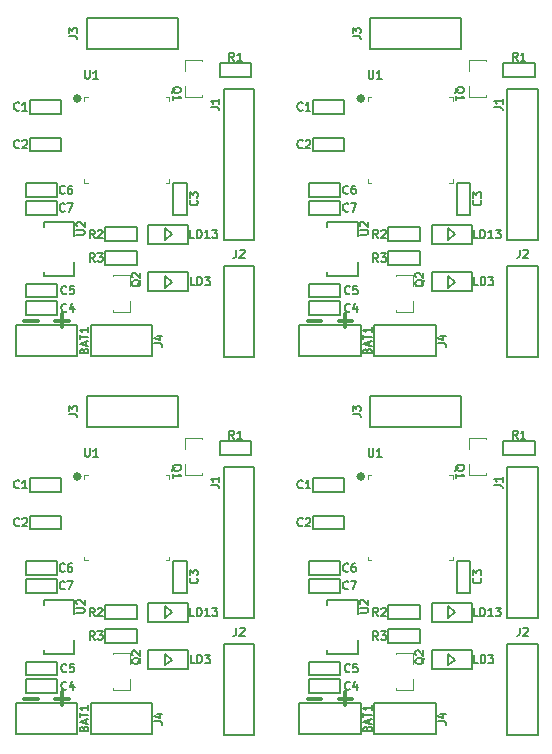
<source format=gbr>
G04 #@! TF.GenerationSoftware,KiCad,Pcbnew,5.0.2-bee76a0~70~ubuntu18.04.1*
G04 #@! TF.CreationDate,2019-07-19T10:53:47+02:00*
G04 #@! TF.ProjectId,AutoGardener_Outdoor_panel,4175746f-4761-4726-9465-6e65725f4f75,rev?*
G04 #@! TF.SameCoordinates,Original*
G04 #@! TF.FileFunction,Legend,Top*
G04 #@! TF.FilePolarity,Positive*
%FSLAX46Y46*%
G04 Gerber Fmt 4.6, Leading zero omitted, Abs format (unit mm)*
G04 Created by KiCad (PCBNEW 5.0.2-bee76a0~70~ubuntu18.04.1) date Fri 19 Jul 2019 10:53:47 CEST*
%MOMM*%
%LPD*%
G01*
G04 APERTURE LIST*
%ADD10C,0.300000*%
%ADD11C,0.150000*%
%ADD12C,0.120000*%
%ADD13C,0.500000*%
G04 APERTURE END LIST*
D10*
X208428571Y-82307142D02*
X209571428Y-82307142D01*
X209000000Y-82878571D02*
X209000000Y-81735714D01*
X205828571Y-82307142D02*
X206971428Y-82307142D01*
X181828571Y-82307142D02*
X182971428Y-82307142D01*
X184428571Y-82307142D02*
X185571428Y-82307142D01*
X185000000Y-82878571D02*
X185000000Y-81735714D01*
X208428571Y-114307142D02*
X209571428Y-114307142D01*
X209000000Y-114878571D02*
X209000000Y-113735714D01*
X205828571Y-114307142D02*
X206971428Y-114307142D01*
X181828571Y-114307142D02*
X182971428Y-114307142D01*
X184428571Y-114307142D02*
X185571428Y-114307142D01*
X185000000Y-114878571D02*
X185000000Y-113735714D01*
D11*
G04 #@! TO.C,C2*
X184925000Y-67975000D02*
X182275000Y-67975000D01*
X182275000Y-67975000D02*
X182275000Y-66825000D01*
X182275000Y-66825000D02*
X184925000Y-66825000D01*
X184925000Y-66825000D02*
X184925000Y-67975000D01*
G04 #@! TO.C,J2*
X201300000Y-77700000D02*
X198700000Y-77700000D01*
X198700000Y-77700000D02*
X198700000Y-85400000D01*
X198700000Y-85400000D02*
X201300000Y-85400000D01*
X201300000Y-85400000D02*
X201300000Y-77700000D01*
G04 #@! TO.C,LD3*
X195700000Y-79800000D02*
X192300000Y-79800000D01*
X192300000Y-79800000D02*
X192300000Y-78200000D01*
X192300000Y-78200000D02*
X195700000Y-78200000D01*
X195700000Y-78200000D02*
X195700000Y-79800000D01*
X193700000Y-79500000D02*
X193700000Y-78500000D01*
X193700000Y-78500000D02*
X194300000Y-79000000D01*
X194300000Y-79000000D02*
X193700000Y-79500000D01*
X218300000Y-79000000D02*
X217700000Y-79500000D01*
X217700000Y-78500000D02*
X218300000Y-79000000D01*
X217700000Y-79500000D02*
X217700000Y-78500000D01*
X219700000Y-78200000D02*
X219700000Y-79800000D01*
X216300000Y-78200000D02*
X219700000Y-78200000D01*
X216300000Y-79800000D02*
X216300000Y-78200000D01*
X219700000Y-79800000D02*
X216300000Y-79800000D01*
G04 #@! TO.C,BAT1*
X205100000Y-82700000D02*
X205200000Y-82700000D01*
X205100000Y-85300000D02*
X205100000Y-82700000D01*
X210300000Y-85300000D02*
X205100000Y-85300000D01*
X210300000Y-82700000D02*
X210300000Y-85300000D01*
X205200000Y-82700000D02*
X210300000Y-82700000D01*
G04 #@! TO.C,R1*
X222350000Y-60500000D02*
X225050000Y-60500000D01*
X222350000Y-61700000D02*
X225050000Y-61700000D01*
X222350000Y-60500000D02*
X222350000Y-61700000D01*
X225050000Y-60500000D02*
X225050000Y-61700000D01*
G04 #@! TO.C,C4*
X184575000Y-81825000D02*
X181925000Y-81825000D01*
X181925000Y-81825000D02*
X181925000Y-80675000D01*
X181925000Y-80675000D02*
X184575000Y-80675000D01*
X184575000Y-80675000D02*
X184575000Y-81825000D01*
G04 #@! TO.C,BAT1*
X181200000Y-82700000D02*
X186300000Y-82700000D01*
X186300000Y-82700000D02*
X186300000Y-85300000D01*
X186300000Y-85300000D02*
X181100000Y-85300000D01*
X181100000Y-85300000D02*
X181100000Y-82700000D01*
X181100000Y-82700000D02*
X181200000Y-82700000D01*
G04 #@! TO.C,C1*
X208925000Y-64775000D02*
X206275000Y-64775000D01*
X206275000Y-64775000D02*
X206275000Y-63625000D01*
X206275000Y-63625000D02*
X208925000Y-63625000D01*
X208925000Y-63625000D02*
X208925000Y-64775000D01*
G04 #@! TO.C,LD13*
X194300000Y-75000000D02*
X193700000Y-75500000D01*
X193700000Y-74500000D02*
X194300000Y-75000000D01*
X193700000Y-75500000D02*
X193700000Y-74500000D01*
X195700000Y-74200000D02*
X195700000Y-75800000D01*
X192300000Y-74200000D02*
X195700000Y-74200000D01*
X192300000Y-75800000D02*
X192300000Y-74200000D01*
X195700000Y-75800000D02*
X192300000Y-75800000D01*
D12*
G04 #@! TO.C,Q2*
X189300000Y-81580000D02*
X189300000Y-81440000D01*
X190760000Y-81580000D02*
X189300000Y-81580000D01*
X189300000Y-78420000D02*
X189300000Y-78560000D01*
X190760000Y-78420000D02*
X189300000Y-78420000D01*
X190760000Y-78420000D02*
X190760000Y-79350000D01*
X190760000Y-81580000D02*
X190760000Y-80650000D01*
D11*
G04 #@! TO.C,J1*
X201300000Y-75500000D02*
X201300000Y-62700000D01*
X198700000Y-75500000D02*
X201300000Y-75500000D01*
X198700000Y-62700000D02*
X198700000Y-75500000D01*
X201300000Y-62700000D02*
X198700000Y-62700000D01*
G04 #@! TO.C,J4*
X216550000Y-85300000D02*
X211450000Y-85300000D01*
X211450000Y-85300000D02*
X211450000Y-82700000D01*
X211450000Y-82700000D02*
X216650000Y-82700000D01*
X216650000Y-82700000D02*
X216650000Y-85300000D01*
X216650000Y-85300000D02*
X216550000Y-85300000D01*
G04 #@! TO.C,C5*
X208575000Y-80325000D02*
X205925000Y-80325000D01*
X205925000Y-80325000D02*
X205925000Y-79175000D01*
X205925000Y-79175000D02*
X208575000Y-79175000D01*
X208575000Y-79175000D02*
X208575000Y-80325000D01*
D12*
G04 #@! TO.C,U1*
X217810000Y-70610000D02*
X218110000Y-70610000D01*
X218110000Y-70610000D02*
X218110000Y-70310000D01*
X211190000Y-70610000D02*
X210890000Y-70610000D01*
X210890000Y-70610000D02*
X210890000Y-70310000D01*
X217810000Y-63390000D02*
X218110000Y-63390000D01*
X218110000Y-63390000D02*
X218110000Y-63690000D01*
X211190000Y-63390000D02*
X210890000Y-63390000D01*
X210890000Y-63390000D02*
X210890000Y-63690000D01*
D11*
X210582843Y-63500000D02*
G75*
G03X210582843Y-63500000I-282843J0D01*
G01*
X210441421Y-63500000D02*
G75*
G03X210441421Y-63500000I-141421J0D01*
G01*
D13*
X210400000Y-63500000D02*
G75*
G03X210400000Y-63500000I-100000J0D01*
G01*
D12*
G04 #@! TO.C,Q2*
X214760000Y-81580000D02*
X214760000Y-80650000D01*
X214760000Y-78420000D02*
X214760000Y-79350000D01*
X214760000Y-78420000D02*
X213300000Y-78420000D01*
X213300000Y-78420000D02*
X213300000Y-78560000D01*
X214760000Y-81580000D02*
X213300000Y-81580000D01*
X213300000Y-81580000D02*
X213300000Y-81440000D01*
D11*
G04 #@! TO.C,J2*
X225300000Y-85400000D02*
X225300000Y-77700000D01*
X222700000Y-85400000D02*
X225300000Y-85400000D01*
X222700000Y-77700000D02*
X222700000Y-85400000D01*
X225300000Y-77700000D02*
X222700000Y-77700000D01*
D12*
G04 #@! TO.C,Q1*
X220900000Y-60220000D02*
X220900000Y-60360000D01*
X219440000Y-60220000D02*
X220900000Y-60220000D01*
X220900000Y-63380000D02*
X220900000Y-63240000D01*
X219440000Y-63380000D02*
X220900000Y-63380000D01*
X219440000Y-63380000D02*
X219440000Y-62450000D01*
X219440000Y-60220000D02*
X219440000Y-61150000D01*
X195440000Y-60220000D02*
X195440000Y-61150000D01*
X195440000Y-63380000D02*
X195440000Y-62450000D01*
X195440000Y-63380000D02*
X196900000Y-63380000D01*
X196900000Y-63380000D02*
X196900000Y-63240000D01*
X195440000Y-60220000D02*
X196900000Y-60220000D01*
X196900000Y-60220000D02*
X196900000Y-60360000D01*
D11*
G04 #@! TO.C,U2*
X183450000Y-74350000D02*
X183450000Y-73950000D01*
X183450000Y-78550000D02*
X183450000Y-78150000D01*
X186050000Y-77350000D02*
X186050000Y-78550000D01*
X186050000Y-73950000D02*
X186050000Y-75150000D01*
X183450000Y-78550000D02*
X186050000Y-78550000D01*
X186050000Y-73950000D02*
X183450000Y-73950000D01*
G04 #@! TO.C,C2*
X208925000Y-66825000D02*
X208925000Y-67975000D01*
X206275000Y-66825000D02*
X208925000Y-66825000D01*
X206275000Y-67975000D02*
X206275000Y-66825000D01*
X208925000Y-67975000D02*
X206275000Y-67975000D01*
G04 #@! TO.C,C6*
X208575000Y-71825000D02*
X205925000Y-71825000D01*
X205925000Y-71825000D02*
X205925000Y-70675000D01*
X205925000Y-70675000D02*
X208575000Y-70675000D01*
X208575000Y-70675000D02*
X208575000Y-71825000D01*
G04 #@! TO.C,R3*
X212650000Y-76400000D02*
X215350000Y-76400000D01*
X212650000Y-77600000D02*
X215350000Y-77600000D01*
X212650000Y-76400000D02*
X212650000Y-77600000D01*
X215350000Y-76400000D02*
X215350000Y-77600000D01*
G04 #@! TO.C,C7*
X184575000Y-73325000D02*
X181925000Y-73325000D01*
X181925000Y-73325000D02*
X181925000Y-72175000D01*
X181925000Y-72175000D02*
X184575000Y-72175000D01*
X184575000Y-72175000D02*
X184575000Y-73325000D01*
G04 #@! TO.C,C6*
X184575000Y-70675000D02*
X184575000Y-71825000D01*
X181925000Y-70675000D02*
X184575000Y-70675000D01*
X181925000Y-71825000D02*
X181925000Y-70675000D01*
X184575000Y-71825000D02*
X181925000Y-71825000D01*
G04 #@! TO.C,C5*
X184575000Y-79175000D02*
X184575000Y-80325000D01*
X181925000Y-79175000D02*
X184575000Y-79175000D01*
X181925000Y-80325000D02*
X181925000Y-79175000D01*
X184575000Y-80325000D02*
X181925000Y-80325000D01*
D13*
G04 #@! TO.C,U1*
X186400000Y-63500000D02*
G75*
G03X186400000Y-63500000I-100000J0D01*
G01*
D11*
X186441421Y-63500000D02*
G75*
G03X186441421Y-63500000I-141421J0D01*
G01*
X186582843Y-63500000D02*
G75*
G03X186582843Y-63500000I-282843J0D01*
G01*
D12*
X186890000Y-63390000D02*
X186890000Y-63690000D01*
X187190000Y-63390000D02*
X186890000Y-63390000D01*
X194110000Y-63390000D02*
X194110000Y-63690000D01*
X193810000Y-63390000D02*
X194110000Y-63390000D01*
X186890000Y-70610000D02*
X186890000Y-70310000D01*
X187190000Y-70610000D02*
X186890000Y-70610000D01*
X194110000Y-70610000D02*
X194110000Y-70310000D01*
X193810000Y-70610000D02*
X194110000Y-70610000D01*
D11*
G04 #@! TO.C,J3*
X187100000Y-59300000D02*
X194800000Y-59300000D01*
X187100000Y-56700000D02*
X187100000Y-59300000D01*
X194800000Y-56700000D02*
X187100000Y-56700000D01*
X194800000Y-59300000D02*
X194800000Y-56700000D01*
G04 #@! TO.C,C1*
X184925000Y-63625000D02*
X184925000Y-64775000D01*
X182275000Y-63625000D02*
X184925000Y-63625000D01*
X182275000Y-64775000D02*
X182275000Y-63625000D01*
X184925000Y-64775000D02*
X182275000Y-64775000D01*
G04 #@! TO.C,R3*
X191350000Y-76400000D02*
X191350000Y-77600000D01*
X188650000Y-76400000D02*
X188650000Y-77600000D01*
X188650000Y-77600000D02*
X191350000Y-77600000D01*
X188650000Y-76400000D02*
X191350000Y-76400000D01*
G04 #@! TO.C,U2*
X210050000Y-73950000D02*
X207450000Y-73950000D01*
X207450000Y-78550000D02*
X210050000Y-78550000D01*
X210050000Y-73950000D02*
X210050000Y-75150000D01*
X210050000Y-77350000D02*
X210050000Y-78550000D01*
X207450000Y-78550000D02*
X207450000Y-78150000D01*
X207450000Y-74350000D02*
X207450000Y-73950000D01*
G04 #@! TO.C,J3*
X218800000Y-59300000D02*
X218800000Y-56700000D01*
X218800000Y-56700000D02*
X211100000Y-56700000D01*
X211100000Y-56700000D02*
X211100000Y-59300000D01*
X211100000Y-59300000D02*
X218800000Y-59300000D01*
G04 #@! TO.C,C3*
X219575000Y-70675000D02*
X219575000Y-73325000D01*
X219575000Y-73325000D02*
X218425000Y-73325000D01*
X218425000Y-73325000D02*
X218425000Y-70675000D01*
X218425000Y-70675000D02*
X219575000Y-70675000D01*
G04 #@! TO.C,C7*
X208575000Y-72175000D02*
X208575000Y-73325000D01*
X205925000Y-72175000D02*
X208575000Y-72175000D01*
X205925000Y-73325000D02*
X205925000Y-72175000D01*
X208575000Y-73325000D02*
X205925000Y-73325000D01*
G04 #@! TO.C,J1*
X225300000Y-62700000D02*
X222700000Y-62700000D01*
X222700000Y-62700000D02*
X222700000Y-75500000D01*
X222700000Y-75500000D02*
X225300000Y-75500000D01*
X225300000Y-75500000D02*
X225300000Y-62700000D01*
G04 #@! TO.C,J4*
X192650000Y-85300000D02*
X192550000Y-85300000D01*
X192650000Y-82700000D02*
X192650000Y-85300000D01*
X187450000Y-82700000D02*
X192650000Y-82700000D01*
X187450000Y-85300000D02*
X187450000Y-82700000D01*
X192550000Y-85300000D02*
X187450000Y-85300000D01*
G04 #@! TO.C,R1*
X201050000Y-60500000D02*
X201050000Y-61700000D01*
X198350000Y-60500000D02*
X198350000Y-61700000D01*
X198350000Y-61700000D02*
X201050000Y-61700000D01*
X198350000Y-60500000D02*
X201050000Y-60500000D01*
G04 #@! TO.C,R2*
X215350000Y-74400000D02*
X215350000Y-75600000D01*
X212650000Y-74400000D02*
X212650000Y-75600000D01*
X212650000Y-75600000D02*
X215350000Y-75600000D01*
X212650000Y-74400000D02*
X215350000Y-74400000D01*
X188650000Y-74400000D02*
X191350000Y-74400000D01*
X188650000Y-75600000D02*
X191350000Y-75600000D01*
X188650000Y-74400000D02*
X188650000Y-75600000D01*
X191350000Y-74400000D02*
X191350000Y-75600000D01*
G04 #@! TO.C,C4*
X208575000Y-80675000D02*
X208575000Y-81825000D01*
X205925000Y-80675000D02*
X208575000Y-80675000D01*
X205925000Y-81825000D02*
X205925000Y-80675000D01*
X208575000Y-81825000D02*
X205925000Y-81825000D01*
G04 #@! TO.C,C3*
X194425000Y-70675000D02*
X195575000Y-70675000D01*
X194425000Y-73325000D02*
X194425000Y-70675000D01*
X195575000Y-73325000D02*
X194425000Y-73325000D01*
X195575000Y-70675000D02*
X195575000Y-73325000D01*
G04 #@! TO.C,LD13*
X219700000Y-75800000D02*
X216300000Y-75800000D01*
X216300000Y-75800000D02*
X216300000Y-74200000D01*
X216300000Y-74200000D02*
X219700000Y-74200000D01*
X219700000Y-74200000D02*
X219700000Y-75800000D01*
X217700000Y-75500000D02*
X217700000Y-74500000D01*
X217700000Y-74500000D02*
X218300000Y-75000000D01*
X218300000Y-75000000D02*
X217700000Y-75500000D01*
G04 #@! TO.C,C2*
X184925000Y-99975000D02*
X182275000Y-99975000D01*
X182275000Y-99975000D02*
X182275000Y-98825000D01*
X182275000Y-98825000D02*
X184925000Y-98825000D01*
X184925000Y-98825000D02*
X184925000Y-99975000D01*
G04 #@! TO.C,J2*
X201300000Y-109700000D02*
X198700000Y-109700000D01*
X198700000Y-109700000D02*
X198700000Y-117400000D01*
X198700000Y-117400000D02*
X201300000Y-117400000D01*
X201300000Y-117400000D02*
X201300000Y-109700000D01*
G04 #@! TO.C,LD3*
X195700000Y-111800000D02*
X192300000Y-111800000D01*
X192300000Y-111800000D02*
X192300000Y-110200000D01*
X192300000Y-110200000D02*
X195700000Y-110200000D01*
X195700000Y-110200000D02*
X195700000Y-111800000D01*
X193700000Y-111500000D02*
X193700000Y-110500000D01*
X193700000Y-110500000D02*
X194300000Y-111000000D01*
X194300000Y-111000000D02*
X193700000Y-111500000D01*
X218300000Y-111000000D02*
X217700000Y-111500000D01*
X217700000Y-110500000D02*
X218300000Y-111000000D01*
X217700000Y-111500000D02*
X217700000Y-110500000D01*
X219700000Y-110200000D02*
X219700000Y-111800000D01*
X216300000Y-110200000D02*
X219700000Y-110200000D01*
X216300000Y-111800000D02*
X216300000Y-110200000D01*
X219700000Y-111800000D02*
X216300000Y-111800000D01*
G04 #@! TO.C,BAT1*
X205100000Y-114700000D02*
X205200000Y-114700000D01*
X205100000Y-117300000D02*
X205100000Y-114700000D01*
X210300000Y-117300000D02*
X205100000Y-117300000D01*
X210300000Y-114700000D02*
X210300000Y-117300000D01*
X205200000Y-114700000D02*
X210300000Y-114700000D01*
G04 #@! TO.C,R1*
X222350000Y-92500000D02*
X225050000Y-92500000D01*
X222350000Y-93700000D02*
X225050000Y-93700000D01*
X222350000Y-92500000D02*
X222350000Y-93700000D01*
X225050000Y-92500000D02*
X225050000Y-93700000D01*
G04 #@! TO.C,C4*
X184575000Y-113825000D02*
X181925000Y-113825000D01*
X181925000Y-113825000D02*
X181925000Y-112675000D01*
X181925000Y-112675000D02*
X184575000Y-112675000D01*
X184575000Y-112675000D02*
X184575000Y-113825000D01*
G04 #@! TO.C,BAT1*
X181200000Y-114700000D02*
X186300000Y-114700000D01*
X186300000Y-114700000D02*
X186300000Y-117300000D01*
X186300000Y-117300000D02*
X181100000Y-117300000D01*
X181100000Y-117300000D02*
X181100000Y-114700000D01*
X181100000Y-114700000D02*
X181200000Y-114700000D01*
G04 #@! TO.C,C1*
X208925000Y-96775000D02*
X206275000Y-96775000D01*
X206275000Y-96775000D02*
X206275000Y-95625000D01*
X206275000Y-95625000D02*
X208925000Y-95625000D01*
X208925000Y-95625000D02*
X208925000Y-96775000D01*
G04 #@! TO.C,LD13*
X194300000Y-107000000D02*
X193700000Y-107500000D01*
X193700000Y-106500000D02*
X194300000Y-107000000D01*
X193700000Y-107500000D02*
X193700000Y-106500000D01*
X195700000Y-106200000D02*
X195700000Y-107800000D01*
X192300000Y-106200000D02*
X195700000Y-106200000D01*
X192300000Y-107800000D02*
X192300000Y-106200000D01*
X195700000Y-107800000D02*
X192300000Y-107800000D01*
D12*
G04 #@! TO.C,Q2*
X189300000Y-113580000D02*
X189300000Y-113440000D01*
X190760000Y-113580000D02*
X189300000Y-113580000D01*
X189300000Y-110420000D02*
X189300000Y-110560000D01*
X190760000Y-110420000D02*
X189300000Y-110420000D01*
X190760000Y-110420000D02*
X190760000Y-111350000D01*
X190760000Y-113580000D02*
X190760000Y-112650000D01*
D11*
G04 #@! TO.C,J1*
X201300000Y-107500000D02*
X201300000Y-94700000D01*
X198700000Y-107500000D02*
X201300000Y-107500000D01*
X198700000Y-94700000D02*
X198700000Y-107500000D01*
X201300000Y-94700000D02*
X198700000Y-94700000D01*
G04 #@! TO.C,J4*
X216550000Y-117300000D02*
X211450000Y-117300000D01*
X211450000Y-117300000D02*
X211450000Y-114700000D01*
X211450000Y-114700000D02*
X216650000Y-114700000D01*
X216650000Y-114700000D02*
X216650000Y-117300000D01*
X216650000Y-117300000D02*
X216550000Y-117300000D01*
G04 #@! TO.C,C5*
X208575000Y-112325000D02*
X205925000Y-112325000D01*
X205925000Y-112325000D02*
X205925000Y-111175000D01*
X205925000Y-111175000D02*
X208575000Y-111175000D01*
X208575000Y-111175000D02*
X208575000Y-112325000D01*
D12*
G04 #@! TO.C,U1*
X217810000Y-102610000D02*
X218110000Y-102610000D01*
X218110000Y-102610000D02*
X218110000Y-102310000D01*
X211190000Y-102610000D02*
X210890000Y-102610000D01*
X210890000Y-102610000D02*
X210890000Y-102310000D01*
X217810000Y-95390000D02*
X218110000Y-95390000D01*
X218110000Y-95390000D02*
X218110000Y-95690000D01*
X211190000Y-95390000D02*
X210890000Y-95390000D01*
X210890000Y-95390000D02*
X210890000Y-95690000D01*
D11*
X210582843Y-95500000D02*
G75*
G03X210582843Y-95500000I-282843J0D01*
G01*
X210441421Y-95500000D02*
G75*
G03X210441421Y-95500000I-141421J0D01*
G01*
D13*
X210400000Y-95500000D02*
G75*
G03X210400000Y-95500000I-100000J0D01*
G01*
D12*
G04 #@! TO.C,Q2*
X214760000Y-113580000D02*
X214760000Y-112650000D01*
X214760000Y-110420000D02*
X214760000Y-111350000D01*
X214760000Y-110420000D02*
X213300000Y-110420000D01*
X213300000Y-110420000D02*
X213300000Y-110560000D01*
X214760000Y-113580000D02*
X213300000Y-113580000D01*
X213300000Y-113580000D02*
X213300000Y-113440000D01*
D11*
G04 #@! TO.C,J2*
X225300000Y-117400000D02*
X225300000Y-109700000D01*
X222700000Y-117400000D02*
X225300000Y-117400000D01*
X222700000Y-109700000D02*
X222700000Y-117400000D01*
X225300000Y-109700000D02*
X222700000Y-109700000D01*
D12*
G04 #@! TO.C,Q1*
X220900000Y-92220000D02*
X220900000Y-92360000D01*
X219440000Y-92220000D02*
X220900000Y-92220000D01*
X220900000Y-95380000D02*
X220900000Y-95240000D01*
X219440000Y-95380000D02*
X220900000Y-95380000D01*
X219440000Y-95380000D02*
X219440000Y-94450000D01*
X219440000Y-92220000D02*
X219440000Y-93150000D01*
X195440000Y-92220000D02*
X195440000Y-93150000D01*
X195440000Y-95380000D02*
X195440000Y-94450000D01*
X195440000Y-95380000D02*
X196900000Y-95380000D01*
X196900000Y-95380000D02*
X196900000Y-95240000D01*
X195440000Y-92220000D02*
X196900000Y-92220000D01*
X196900000Y-92220000D02*
X196900000Y-92360000D01*
D11*
G04 #@! TO.C,U2*
X183450000Y-106350000D02*
X183450000Y-105950000D01*
X183450000Y-110550000D02*
X183450000Y-110150000D01*
X186050000Y-109350000D02*
X186050000Y-110550000D01*
X186050000Y-105950000D02*
X186050000Y-107150000D01*
X183450000Y-110550000D02*
X186050000Y-110550000D01*
X186050000Y-105950000D02*
X183450000Y-105950000D01*
G04 #@! TO.C,C2*
X208925000Y-98825000D02*
X208925000Y-99975000D01*
X206275000Y-98825000D02*
X208925000Y-98825000D01*
X206275000Y-99975000D02*
X206275000Y-98825000D01*
X208925000Y-99975000D02*
X206275000Y-99975000D01*
G04 #@! TO.C,C6*
X208575000Y-103825000D02*
X205925000Y-103825000D01*
X205925000Y-103825000D02*
X205925000Y-102675000D01*
X205925000Y-102675000D02*
X208575000Y-102675000D01*
X208575000Y-102675000D02*
X208575000Y-103825000D01*
G04 #@! TO.C,R3*
X212650000Y-108400000D02*
X215350000Y-108400000D01*
X212650000Y-109600000D02*
X215350000Y-109600000D01*
X212650000Y-108400000D02*
X212650000Y-109600000D01*
X215350000Y-108400000D02*
X215350000Y-109600000D01*
G04 #@! TO.C,C7*
X184575000Y-105325000D02*
X181925000Y-105325000D01*
X181925000Y-105325000D02*
X181925000Y-104175000D01*
X181925000Y-104175000D02*
X184575000Y-104175000D01*
X184575000Y-104175000D02*
X184575000Y-105325000D01*
G04 #@! TO.C,C6*
X184575000Y-102675000D02*
X184575000Y-103825000D01*
X181925000Y-102675000D02*
X184575000Y-102675000D01*
X181925000Y-103825000D02*
X181925000Y-102675000D01*
X184575000Y-103825000D02*
X181925000Y-103825000D01*
G04 #@! TO.C,C5*
X184575000Y-111175000D02*
X184575000Y-112325000D01*
X181925000Y-111175000D02*
X184575000Y-111175000D01*
X181925000Y-112325000D02*
X181925000Y-111175000D01*
X184575000Y-112325000D02*
X181925000Y-112325000D01*
D13*
G04 #@! TO.C,U1*
X186400000Y-95500000D02*
G75*
G03X186400000Y-95500000I-100000J0D01*
G01*
D11*
X186441421Y-95500000D02*
G75*
G03X186441421Y-95500000I-141421J0D01*
G01*
X186582843Y-95500000D02*
G75*
G03X186582843Y-95500000I-282843J0D01*
G01*
D12*
X186890000Y-95390000D02*
X186890000Y-95690000D01*
X187190000Y-95390000D02*
X186890000Y-95390000D01*
X194110000Y-95390000D02*
X194110000Y-95690000D01*
X193810000Y-95390000D02*
X194110000Y-95390000D01*
X186890000Y-102610000D02*
X186890000Y-102310000D01*
X187190000Y-102610000D02*
X186890000Y-102610000D01*
X194110000Y-102610000D02*
X194110000Y-102310000D01*
X193810000Y-102610000D02*
X194110000Y-102610000D01*
D11*
G04 #@! TO.C,J3*
X187100000Y-91300000D02*
X194800000Y-91300000D01*
X187100000Y-88700000D02*
X187100000Y-91300000D01*
X194800000Y-88700000D02*
X187100000Y-88700000D01*
X194800000Y-91300000D02*
X194800000Y-88700000D01*
G04 #@! TO.C,C1*
X184925000Y-95625000D02*
X184925000Y-96775000D01*
X182275000Y-95625000D02*
X184925000Y-95625000D01*
X182275000Y-96775000D02*
X182275000Y-95625000D01*
X184925000Y-96775000D02*
X182275000Y-96775000D01*
G04 #@! TO.C,R3*
X191350000Y-108400000D02*
X191350000Y-109600000D01*
X188650000Y-108400000D02*
X188650000Y-109600000D01*
X188650000Y-109600000D02*
X191350000Y-109600000D01*
X188650000Y-108400000D02*
X191350000Y-108400000D01*
G04 #@! TO.C,U2*
X210050000Y-105950000D02*
X207450000Y-105950000D01*
X207450000Y-110550000D02*
X210050000Y-110550000D01*
X210050000Y-105950000D02*
X210050000Y-107150000D01*
X210050000Y-109350000D02*
X210050000Y-110550000D01*
X207450000Y-110550000D02*
X207450000Y-110150000D01*
X207450000Y-106350000D02*
X207450000Y-105950000D01*
G04 #@! TO.C,J3*
X218800000Y-91300000D02*
X218800000Y-88700000D01*
X218800000Y-88700000D02*
X211100000Y-88700000D01*
X211100000Y-88700000D02*
X211100000Y-91300000D01*
X211100000Y-91300000D02*
X218800000Y-91300000D01*
G04 #@! TO.C,C3*
X219575000Y-102675000D02*
X219575000Y-105325000D01*
X219575000Y-105325000D02*
X218425000Y-105325000D01*
X218425000Y-105325000D02*
X218425000Y-102675000D01*
X218425000Y-102675000D02*
X219575000Y-102675000D01*
G04 #@! TO.C,C7*
X208575000Y-104175000D02*
X208575000Y-105325000D01*
X205925000Y-104175000D02*
X208575000Y-104175000D01*
X205925000Y-105325000D02*
X205925000Y-104175000D01*
X208575000Y-105325000D02*
X205925000Y-105325000D01*
G04 #@! TO.C,J1*
X225300000Y-94700000D02*
X222700000Y-94700000D01*
X222700000Y-94700000D02*
X222700000Y-107500000D01*
X222700000Y-107500000D02*
X225300000Y-107500000D01*
X225300000Y-107500000D02*
X225300000Y-94700000D01*
G04 #@! TO.C,J4*
X192650000Y-117300000D02*
X192550000Y-117300000D01*
X192650000Y-114700000D02*
X192650000Y-117300000D01*
X187450000Y-114700000D02*
X192650000Y-114700000D01*
X187450000Y-117300000D02*
X187450000Y-114700000D01*
X192550000Y-117300000D02*
X187450000Y-117300000D01*
G04 #@! TO.C,R1*
X201050000Y-92500000D02*
X201050000Y-93700000D01*
X198350000Y-92500000D02*
X198350000Y-93700000D01*
X198350000Y-93700000D02*
X201050000Y-93700000D01*
X198350000Y-92500000D02*
X201050000Y-92500000D01*
G04 #@! TO.C,R2*
X215350000Y-106400000D02*
X215350000Y-107600000D01*
X212650000Y-106400000D02*
X212650000Y-107600000D01*
X212650000Y-107600000D02*
X215350000Y-107600000D01*
X212650000Y-106400000D02*
X215350000Y-106400000D01*
X188650000Y-106400000D02*
X191350000Y-106400000D01*
X188650000Y-107600000D02*
X191350000Y-107600000D01*
X188650000Y-106400000D02*
X188650000Y-107600000D01*
X191350000Y-106400000D02*
X191350000Y-107600000D01*
G04 #@! TO.C,C4*
X208575000Y-112675000D02*
X208575000Y-113825000D01*
X205925000Y-112675000D02*
X208575000Y-112675000D01*
X205925000Y-113825000D02*
X205925000Y-112675000D01*
X208575000Y-113825000D02*
X205925000Y-113825000D01*
G04 #@! TO.C,C3*
X194425000Y-102675000D02*
X195575000Y-102675000D01*
X194425000Y-105325000D02*
X194425000Y-102675000D01*
X195575000Y-105325000D02*
X194425000Y-105325000D01*
X195575000Y-102675000D02*
X195575000Y-105325000D01*
G04 #@! TO.C,LD13*
X219700000Y-107800000D02*
X216300000Y-107800000D01*
X216300000Y-107800000D02*
X216300000Y-106200000D01*
X216300000Y-106200000D02*
X219700000Y-106200000D01*
X219700000Y-106200000D02*
X219700000Y-107800000D01*
X217700000Y-107500000D02*
X217700000Y-106500000D01*
X217700000Y-106500000D02*
X218300000Y-107000000D01*
X218300000Y-107000000D02*
X217700000Y-107500000D01*
G04 #@! TO.C,C2*
X181383333Y-67650000D02*
X181350000Y-67683333D01*
X181250000Y-67716666D01*
X181183333Y-67716666D01*
X181083333Y-67683333D01*
X181016666Y-67616666D01*
X180983333Y-67550000D01*
X180950000Y-67416666D01*
X180950000Y-67316666D01*
X180983333Y-67183333D01*
X181016666Y-67116666D01*
X181083333Y-67050000D01*
X181183333Y-67016666D01*
X181250000Y-67016666D01*
X181350000Y-67050000D01*
X181383333Y-67083333D01*
X181650000Y-67083333D02*
X181683333Y-67050000D01*
X181750000Y-67016666D01*
X181916666Y-67016666D01*
X181983333Y-67050000D01*
X182016666Y-67083333D01*
X182050000Y-67150000D01*
X182050000Y-67216666D01*
X182016666Y-67316666D01*
X181616666Y-67716666D01*
X182050000Y-67716666D01*
G04 #@! TO.C,J2*
X199766666Y-76286666D02*
X199766666Y-76786666D01*
X199733333Y-76886666D01*
X199666666Y-76953333D01*
X199566666Y-76986666D01*
X199500000Y-76986666D01*
X200066666Y-76353333D02*
X200100000Y-76320000D01*
X200166666Y-76286666D01*
X200333333Y-76286666D01*
X200400000Y-76320000D01*
X200433333Y-76353333D01*
X200466666Y-76420000D01*
X200466666Y-76486666D01*
X200433333Y-76586666D01*
X200033333Y-76986666D01*
X200466666Y-76986666D01*
G04 #@! TO.C,LD3*
X196233333Y-79316666D02*
X195900000Y-79316666D01*
X195900000Y-78616666D01*
X196466666Y-79316666D02*
X196466666Y-78616666D01*
X196633333Y-78616666D01*
X196733333Y-78650000D01*
X196800000Y-78716666D01*
X196833333Y-78783333D01*
X196866666Y-78916666D01*
X196866666Y-79016666D01*
X196833333Y-79150000D01*
X196800000Y-79216666D01*
X196733333Y-79283333D01*
X196633333Y-79316666D01*
X196466666Y-79316666D01*
X197100000Y-78616666D02*
X197533333Y-78616666D01*
X197300000Y-78883333D01*
X197400000Y-78883333D01*
X197466666Y-78916666D01*
X197500000Y-78950000D01*
X197533333Y-79016666D01*
X197533333Y-79183333D01*
X197500000Y-79250000D01*
X197466666Y-79283333D01*
X197400000Y-79316666D01*
X197200000Y-79316666D01*
X197133333Y-79283333D01*
X197100000Y-79250000D01*
X220233333Y-79316666D02*
X219900000Y-79316666D01*
X219900000Y-78616666D01*
X220466666Y-79316666D02*
X220466666Y-78616666D01*
X220633333Y-78616666D01*
X220733333Y-78650000D01*
X220800000Y-78716666D01*
X220833333Y-78783333D01*
X220866666Y-78916666D01*
X220866666Y-79016666D01*
X220833333Y-79150000D01*
X220800000Y-79216666D01*
X220733333Y-79283333D01*
X220633333Y-79316666D01*
X220466666Y-79316666D01*
X221100000Y-78616666D02*
X221533333Y-78616666D01*
X221300000Y-78883333D01*
X221400000Y-78883333D01*
X221466666Y-78916666D01*
X221500000Y-78950000D01*
X221533333Y-79016666D01*
X221533333Y-79183333D01*
X221500000Y-79250000D01*
X221466666Y-79283333D01*
X221400000Y-79316666D01*
X221200000Y-79316666D01*
X221133333Y-79283333D01*
X221100000Y-79250000D01*
G04 #@! TO.C,BAT1*
X210850000Y-84850000D02*
X210883333Y-84750000D01*
X210916666Y-84716666D01*
X210983333Y-84683333D01*
X211083333Y-84683333D01*
X211150000Y-84716666D01*
X211183333Y-84750000D01*
X211216666Y-84816666D01*
X211216666Y-85083333D01*
X210516666Y-85083333D01*
X210516666Y-84850000D01*
X210550000Y-84783333D01*
X210583333Y-84750000D01*
X210650000Y-84716666D01*
X210716666Y-84716666D01*
X210783333Y-84750000D01*
X210816666Y-84783333D01*
X210850000Y-84850000D01*
X210850000Y-85083333D01*
X211016666Y-84416666D02*
X211016666Y-84083333D01*
X211216666Y-84483333D02*
X210516666Y-84250000D01*
X211216666Y-84016666D01*
X210516666Y-83883333D02*
X210516666Y-83483333D01*
X211216666Y-83683333D02*
X210516666Y-83683333D01*
X211216666Y-82883333D02*
X211216666Y-83283333D01*
X211216666Y-83083333D02*
X210516666Y-83083333D01*
X210616666Y-83150000D01*
X210683333Y-83216666D01*
X210716666Y-83283333D01*
G04 #@! TO.C,R1*
X223583333Y-60316666D02*
X223350000Y-59983333D01*
X223183333Y-60316666D02*
X223183333Y-59616666D01*
X223450000Y-59616666D01*
X223516666Y-59650000D01*
X223550000Y-59683333D01*
X223583333Y-59750000D01*
X223583333Y-59850000D01*
X223550000Y-59916666D01*
X223516666Y-59950000D01*
X223450000Y-59983333D01*
X223183333Y-59983333D01*
X224250000Y-60316666D02*
X223850000Y-60316666D01*
X224050000Y-60316666D02*
X224050000Y-59616666D01*
X223983333Y-59716666D01*
X223916666Y-59783333D01*
X223850000Y-59816666D01*
G04 #@! TO.C,C4*
X185383333Y-81500000D02*
X185350000Y-81533333D01*
X185250000Y-81566666D01*
X185183333Y-81566666D01*
X185083333Y-81533333D01*
X185016666Y-81466666D01*
X184983333Y-81400000D01*
X184950000Y-81266666D01*
X184950000Y-81166666D01*
X184983333Y-81033333D01*
X185016666Y-80966666D01*
X185083333Y-80900000D01*
X185183333Y-80866666D01*
X185250000Y-80866666D01*
X185350000Y-80900000D01*
X185383333Y-80933333D01*
X185983333Y-81100000D02*
X185983333Y-81566666D01*
X185816666Y-80833333D02*
X185650000Y-81333333D01*
X186083333Y-81333333D01*
G04 #@! TO.C,BAT1*
X186850000Y-84850000D02*
X186883333Y-84750000D01*
X186916666Y-84716666D01*
X186983333Y-84683333D01*
X187083333Y-84683333D01*
X187150000Y-84716666D01*
X187183333Y-84750000D01*
X187216666Y-84816666D01*
X187216666Y-85083333D01*
X186516666Y-85083333D01*
X186516666Y-84850000D01*
X186550000Y-84783333D01*
X186583333Y-84750000D01*
X186650000Y-84716666D01*
X186716666Y-84716666D01*
X186783333Y-84750000D01*
X186816666Y-84783333D01*
X186850000Y-84850000D01*
X186850000Y-85083333D01*
X187016666Y-84416666D02*
X187016666Y-84083333D01*
X187216666Y-84483333D02*
X186516666Y-84250000D01*
X187216666Y-84016666D01*
X186516666Y-83883333D02*
X186516666Y-83483333D01*
X187216666Y-83683333D02*
X186516666Y-83683333D01*
X187216666Y-82883333D02*
X187216666Y-83283333D01*
X187216666Y-83083333D02*
X186516666Y-83083333D01*
X186616666Y-83150000D01*
X186683333Y-83216666D01*
X186716666Y-83283333D01*
G04 #@! TO.C,C1*
X205383333Y-64450000D02*
X205350000Y-64483333D01*
X205250000Y-64516666D01*
X205183333Y-64516666D01*
X205083333Y-64483333D01*
X205016666Y-64416666D01*
X204983333Y-64350000D01*
X204950000Y-64216666D01*
X204950000Y-64116666D01*
X204983333Y-63983333D01*
X205016666Y-63916666D01*
X205083333Y-63850000D01*
X205183333Y-63816666D01*
X205250000Y-63816666D01*
X205350000Y-63850000D01*
X205383333Y-63883333D01*
X206050000Y-64516666D02*
X205650000Y-64516666D01*
X205850000Y-64516666D02*
X205850000Y-63816666D01*
X205783333Y-63916666D01*
X205716666Y-63983333D01*
X205650000Y-64016666D01*
G04 #@! TO.C,LD13*
X196200000Y-75316666D02*
X195866666Y-75316666D01*
X195866666Y-74616666D01*
X196433333Y-75316666D02*
X196433333Y-74616666D01*
X196600000Y-74616666D01*
X196700000Y-74650000D01*
X196766666Y-74716666D01*
X196800000Y-74783333D01*
X196833333Y-74916666D01*
X196833333Y-75016666D01*
X196800000Y-75150000D01*
X196766666Y-75216666D01*
X196700000Y-75283333D01*
X196600000Y-75316666D01*
X196433333Y-75316666D01*
X197500000Y-75316666D02*
X197100000Y-75316666D01*
X197300000Y-75316666D02*
X197300000Y-74616666D01*
X197233333Y-74716666D01*
X197166666Y-74783333D01*
X197100000Y-74816666D01*
X197733333Y-74616666D02*
X198166666Y-74616666D01*
X197933333Y-74883333D01*
X198033333Y-74883333D01*
X198100000Y-74916666D01*
X198133333Y-74950000D01*
X198166666Y-75016666D01*
X198166666Y-75183333D01*
X198133333Y-75250000D01*
X198100000Y-75283333D01*
X198033333Y-75316666D01*
X197833333Y-75316666D01*
X197766666Y-75283333D01*
X197733333Y-75250000D01*
G04 #@! TO.C,Q2*
X191683333Y-78866666D02*
X191650000Y-78933333D01*
X191583333Y-79000000D01*
X191483333Y-79100000D01*
X191450000Y-79166666D01*
X191450000Y-79233333D01*
X191616666Y-79200000D02*
X191583333Y-79266666D01*
X191516666Y-79333333D01*
X191383333Y-79366666D01*
X191150000Y-79366666D01*
X191016666Y-79333333D01*
X190950000Y-79266666D01*
X190916666Y-79200000D01*
X190916666Y-79066666D01*
X190950000Y-79000000D01*
X191016666Y-78933333D01*
X191150000Y-78900000D01*
X191383333Y-78900000D01*
X191516666Y-78933333D01*
X191583333Y-79000000D01*
X191616666Y-79066666D01*
X191616666Y-79200000D01*
X190983333Y-78633333D02*
X190950000Y-78600000D01*
X190916666Y-78533333D01*
X190916666Y-78366666D01*
X190950000Y-78300000D01*
X190983333Y-78266666D01*
X191050000Y-78233333D01*
X191116666Y-78233333D01*
X191216666Y-78266666D01*
X191616666Y-78666666D01*
X191616666Y-78233333D01*
G04 #@! TO.C,J1*
X197616666Y-64233333D02*
X198116666Y-64233333D01*
X198216666Y-64266666D01*
X198283333Y-64333333D01*
X198316666Y-64433333D01*
X198316666Y-64500000D01*
X198316666Y-63533333D02*
X198316666Y-63933333D01*
X198316666Y-63733333D02*
X197616666Y-63733333D01*
X197716666Y-63800000D01*
X197783333Y-63866666D01*
X197816666Y-63933333D01*
G04 #@! TO.C,J4*
X216816666Y-84233333D02*
X217316666Y-84233333D01*
X217416666Y-84266666D01*
X217483333Y-84333333D01*
X217516666Y-84433333D01*
X217516666Y-84500000D01*
X217050000Y-83600000D02*
X217516666Y-83600000D01*
X216783333Y-83766666D02*
X217283333Y-83933333D01*
X217283333Y-83500000D01*
G04 #@! TO.C,C5*
X209383333Y-80000000D02*
X209350000Y-80033333D01*
X209250000Y-80066666D01*
X209183333Y-80066666D01*
X209083333Y-80033333D01*
X209016666Y-79966666D01*
X208983333Y-79900000D01*
X208950000Y-79766666D01*
X208950000Y-79666666D01*
X208983333Y-79533333D01*
X209016666Y-79466666D01*
X209083333Y-79400000D01*
X209183333Y-79366666D01*
X209250000Y-79366666D01*
X209350000Y-79400000D01*
X209383333Y-79433333D01*
X210016666Y-79366666D02*
X209683333Y-79366666D01*
X209650000Y-79700000D01*
X209683333Y-79666666D01*
X209750000Y-79633333D01*
X209916666Y-79633333D01*
X209983333Y-79666666D01*
X210016666Y-79700000D01*
X210050000Y-79766666D01*
X210050000Y-79933333D01*
X210016666Y-80000000D01*
X209983333Y-80033333D01*
X209916666Y-80066666D01*
X209750000Y-80066666D01*
X209683333Y-80033333D01*
X209650000Y-80000000D01*
G04 #@! TO.C,U1*
X210966666Y-61116666D02*
X210966666Y-61683333D01*
X211000000Y-61750000D01*
X211033333Y-61783333D01*
X211100000Y-61816666D01*
X211233333Y-61816666D01*
X211300000Y-61783333D01*
X211333333Y-61750000D01*
X211366666Y-61683333D01*
X211366666Y-61116666D01*
X212066666Y-61816666D02*
X211666666Y-61816666D01*
X211866666Y-61816666D02*
X211866666Y-61116666D01*
X211800000Y-61216666D01*
X211733333Y-61283333D01*
X211666666Y-61316666D01*
G04 #@! TO.C,Q2*
X215683333Y-78866666D02*
X215650000Y-78933333D01*
X215583333Y-79000000D01*
X215483333Y-79100000D01*
X215450000Y-79166666D01*
X215450000Y-79233333D01*
X215616666Y-79200000D02*
X215583333Y-79266666D01*
X215516666Y-79333333D01*
X215383333Y-79366666D01*
X215150000Y-79366666D01*
X215016666Y-79333333D01*
X214950000Y-79266666D01*
X214916666Y-79200000D01*
X214916666Y-79066666D01*
X214950000Y-79000000D01*
X215016666Y-78933333D01*
X215150000Y-78900000D01*
X215383333Y-78900000D01*
X215516666Y-78933333D01*
X215583333Y-79000000D01*
X215616666Y-79066666D01*
X215616666Y-79200000D01*
X214983333Y-78633333D02*
X214950000Y-78600000D01*
X214916666Y-78533333D01*
X214916666Y-78366666D01*
X214950000Y-78300000D01*
X214983333Y-78266666D01*
X215050000Y-78233333D01*
X215116666Y-78233333D01*
X215216666Y-78266666D01*
X215616666Y-78666666D01*
X215616666Y-78233333D01*
G04 #@! TO.C,J2*
X223766666Y-76286666D02*
X223766666Y-76786666D01*
X223733333Y-76886666D01*
X223666666Y-76953333D01*
X223566666Y-76986666D01*
X223500000Y-76986666D01*
X224066666Y-76353333D02*
X224100000Y-76320000D01*
X224166666Y-76286666D01*
X224333333Y-76286666D01*
X224400000Y-76320000D01*
X224433333Y-76353333D01*
X224466666Y-76420000D01*
X224466666Y-76486666D01*
X224433333Y-76586666D01*
X224033333Y-76986666D01*
X224466666Y-76986666D01*
G04 #@! TO.C,Q1*
X218316666Y-63033333D02*
X218350000Y-62966666D01*
X218416666Y-62900000D01*
X218516666Y-62800000D01*
X218550000Y-62733333D01*
X218550000Y-62666666D01*
X218383333Y-62700000D02*
X218416666Y-62633333D01*
X218483333Y-62566666D01*
X218616666Y-62533333D01*
X218850000Y-62533333D01*
X218983333Y-62566666D01*
X219050000Y-62633333D01*
X219083333Y-62700000D01*
X219083333Y-62833333D01*
X219050000Y-62900000D01*
X218983333Y-62966666D01*
X218850000Y-63000000D01*
X218616666Y-63000000D01*
X218483333Y-62966666D01*
X218416666Y-62900000D01*
X218383333Y-62833333D01*
X218383333Y-62700000D01*
X218383333Y-63666666D02*
X218383333Y-63266666D01*
X218383333Y-63466666D02*
X219083333Y-63466666D01*
X218983333Y-63400000D01*
X218916666Y-63333333D01*
X218883333Y-63266666D01*
X194316666Y-63033333D02*
X194350000Y-62966666D01*
X194416666Y-62900000D01*
X194516666Y-62800000D01*
X194550000Y-62733333D01*
X194550000Y-62666666D01*
X194383333Y-62700000D02*
X194416666Y-62633333D01*
X194483333Y-62566666D01*
X194616666Y-62533333D01*
X194850000Y-62533333D01*
X194983333Y-62566666D01*
X195050000Y-62633333D01*
X195083333Y-62700000D01*
X195083333Y-62833333D01*
X195050000Y-62900000D01*
X194983333Y-62966666D01*
X194850000Y-63000000D01*
X194616666Y-63000000D01*
X194483333Y-62966666D01*
X194416666Y-62900000D01*
X194383333Y-62833333D01*
X194383333Y-62700000D01*
X194383333Y-63666666D02*
X194383333Y-63266666D01*
X194383333Y-63466666D02*
X195083333Y-63466666D01*
X194983333Y-63400000D01*
X194916666Y-63333333D01*
X194883333Y-63266666D01*
G04 #@! TO.C,U2*
X186216666Y-75033333D02*
X186783333Y-75033333D01*
X186850000Y-75000000D01*
X186883333Y-74966666D01*
X186916666Y-74900000D01*
X186916666Y-74766666D01*
X186883333Y-74700000D01*
X186850000Y-74666666D01*
X186783333Y-74633333D01*
X186216666Y-74633333D01*
X186283333Y-74333333D02*
X186250000Y-74300000D01*
X186216666Y-74233333D01*
X186216666Y-74066666D01*
X186250000Y-74000000D01*
X186283333Y-73966666D01*
X186350000Y-73933333D01*
X186416666Y-73933333D01*
X186516666Y-73966666D01*
X186916666Y-74366666D01*
X186916666Y-73933333D01*
G04 #@! TO.C,C2*
X205383333Y-67650000D02*
X205350000Y-67683333D01*
X205250000Y-67716666D01*
X205183333Y-67716666D01*
X205083333Y-67683333D01*
X205016666Y-67616666D01*
X204983333Y-67550000D01*
X204950000Y-67416666D01*
X204950000Y-67316666D01*
X204983333Y-67183333D01*
X205016666Y-67116666D01*
X205083333Y-67050000D01*
X205183333Y-67016666D01*
X205250000Y-67016666D01*
X205350000Y-67050000D01*
X205383333Y-67083333D01*
X205650000Y-67083333D02*
X205683333Y-67050000D01*
X205750000Y-67016666D01*
X205916666Y-67016666D01*
X205983333Y-67050000D01*
X206016666Y-67083333D01*
X206050000Y-67150000D01*
X206050000Y-67216666D01*
X206016666Y-67316666D01*
X205616666Y-67716666D01*
X206050000Y-67716666D01*
G04 #@! TO.C,C6*
X209233333Y-71500000D02*
X209200000Y-71533333D01*
X209100000Y-71566666D01*
X209033333Y-71566666D01*
X208933333Y-71533333D01*
X208866666Y-71466666D01*
X208833333Y-71400000D01*
X208800000Y-71266666D01*
X208800000Y-71166666D01*
X208833333Y-71033333D01*
X208866666Y-70966666D01*
X208933333Y-70900000D01*
X209033333Y-70866666D01*
X209100000Y-70866666D01*
X209200000Y-70900000D01*
X209233333Y-70933333D01*
X209833333Y-70866666D02*
X209700000Y-70866666D01*
X209633333Y-70900000D01*
X209600000Y-70933333D01*
X209533333Y-71033333D01*
X209500000Y-71166666D01*
X209500000Y-71433333D01*
X209533333Y-71500000D01*
X209566666Y-71533333D01*
X209633333Y-71566666D01*
X209766666Y-71566666D01*
X209833333Y-71533333D01*
X209866666Y-71500000D01*
X209900000Y-71433333D01*
X209900000Y-71266666D01*
X209866666Y-71200000D01*
X209833333Y-71166666D01*
X209766666Y-71133333D01*
X209633333Y-71133333D01*
X209566666Y-71166666D01*
X209533333Y-71200000D01*
X209500000Y-71266666D01*
G04 #@! TO.C,R3*
X211783333Y-77316666D02*
X211550000Y-76983333D01*
X211383333Y-77316666D02*
X211383333Y-76616666D01*
X211650000Y-76616666D01*
X211716666Y-76650000D01*
X211750000Y-76683333D01*
X211783333Y-76750000D01*
X211783333Y-76850000D01*
X211750000Y-76916666D01*
X211716666Y-76950000D01*
X211650000Y-76983333D01*
X211383333Y-76983333D01*
X212016666Y-76616666D02*
X212450000Y-76616666D01*
X212216666Y-76883333D01*
X212316666Y-76883333D01*
X212383333Y-76916666D01*
X212416666Y-76950000D01*
X212450000Y-77016666D01*
X212450000Y-77183333D01*
X212416666Y-77250000D01*
X212383333Y-77283333D01*
X212316666Y-77316666D01*
X212116666Y-77316666D01*
X212050000Y-77283333D01*
X212016666Y-77250000D01*
G04 #@! TO.C,C7*
X185233333Y-73000000D02*
X185200000Y-73033333D01*
X185100000Y-73066666D01*
X185033333Y-73066666D01*
X184933333Y-73033333D01*
X184866666Y-72966666D01*
X184833333Y-72900000D01*
X184800000Y-72766666D01*
X184800000Y-72666666D01*
X184833333Y-72533333D01*
X184866666Y-72466666D01*
X184933333Y-72400000D01*
X185033333Y-72366666D01*
X185100000Y-72366666D01*
X185200000Y-72400000D01*
X185233333Y-72433333D01*
X185466666Y-72366666D02*
X185933333Y-72366666D01*
X185633333Y-73066666D01*
G04 #@! TO.C,C6*
X185233333Y-71500000D02*
X185200000Y-71533333D01*
X185100000Y-71566666D01*
X185033333Y-71566666D01*
X184933333Y-71533333D01*
X184866666Y-71466666D01*
X184833333Y-71400000D01*
X184800000Y-71266666D01*
X184800000Y-71166666D01*
X184833333Y-71033333D01*
X184866666Y-70966666D01*
X184933333Y-70900000D01*
X185033333Y-70866666D01*
X185100000Y-70866666D01*
X185200000Y-70900000D01*
X185233333Y-70933333D01*
X185833333Y-70866666D02*
X185700000Y-70866666D01*
X185633333Y-70900000D01*
X185600000Y-70933333D01*
X185533333Y-71033333D01*
X185500000Y-71166666D01*
X185500000Y-71433333D01*
X185533333Y-71500000D01*
X185566666Y-71533333D01*
X185633333Y-71566666D01*
X185766666Y-71566666D01*
X185833333Y-71533333D01*
X185866666Y-71500000D01*
X185900000Y-71433333D01*
X185900000Y-71266666D01*
X185866666Y-71200000D01*
X185833333Y-71166666D01*
X185766666Y-71133333D01*
X185633333Y-71133333D01*
X185566666Y-71166666D01*
X185533333Y-71200000D01*
X185500000Y-71266666D01*
G04 #@! TO.C,C5*
X185383333Y-80000000D02*
X185350000Y-80033333D01*
X185250000Y-80066666D01*
X185183333Y-80066666D01*
X185083333Y-80033333D01*
X185016666Y-79966666D01*
X184983333Y-79900000D01*
X184950000Y-79766666D01*
X184950000Y-79666666D01*
X184983333Y-79533333D01*
X185016666Y-79466666D01*
X185083333Y-79400000D01*
X185183333Y-79366666D01*
X185250000Y-79366666D01*
X185350000Y-79400000D01*
X185383333Y-79433333D01*
X186016666Y-79366666D02*
X185683333Y-79366666D01*
X185650000Y-79700000D01*
X185683333Y-79666666D01*
X185750000Y-79633333D01*
X185916666Y-79633333D01*
X185983333Y-79666666D01*
X186016666Y-79700000D01*
X186050000Y-79766666D01*
X186050000Y-79933333D01*
X186016666Y-80000000D01*
X185983333Y-80033333D01*
X185916666Y-80066666D01*
X185750000Y-80066666D01*
X185683333Y-80033333D01*
X185650000Y-80000000D01*
G04 #@! TO.C,U1*
X186966666Y-61116666D02*
X186966666Y-61683333D01*
X187000000Y-61750000D01*
X187033333Y-61783333D01*
X187100000Y-61816666D01*
X187233333Y-61816666D01*
X187300000Y-61783333D01*
X187333333Y-61750000D01*
X187366666Y-61683333D01*
X187366666Y-61116666D01*
X188066666Y-61816666D02*
X187666666Y-61816666D01*
X187866666Y-61816666D02*
X187866666Y-61116666D01*
X187800000Y-61216666D01*
X187733333Y-61283333D01*
X187666666Y-61316666D01*
G04 #@! TO.C,J3*
X185616666Y-58233333D02*
X186116666Y-58233333D01*
X186216666Y-58266666D01*
X186283333Y-58333333D01*
X186316666Y-58433333D01*
X186316666Y-58500000D01*
X185616666Y-57966666D02*
X185616666Y-57533333D01*
X185883333Y-57766666D01*
X185883333Y-57666666D01*
X185916666Y-57600000D01*
X185950000Y-57566666D01*
X186016666Y-57533333D01*
X186183333Y-57533333D01*
X186250000Y-57566666D01*
X186283333Y-57600000D01*
X186316666Y-57666666D01*
X186316666Y-57866666D01*
X186283333Y-57933333D01*
X186250000Y-57966666D01*
G04 #@! TO.C,C1*
X181383333Y-64450000D02*
X181350000Y-64483333D01*
X181250000Y-64516666D01*
X181183333Y-64516666D01*
X181083333Y-64483333D01*
X181016666Y-64416666D01*
X180983333Y-64350000D01*
X180950000Y-64216666D01*
X180950000Y-64116666D01*
X180983333Y-63983333D01*
X181016666Y-63916666D01*
X181083333Y-63850000D01*
X181183333Y-63816666D01*
X181250000Y-63816666D01*
X181350000Y-63850000D01*
X181383333Y-63883333D01*
X182050000Y-64516666D02*
X181650000Y-64516666D01*
X181850000Y-64516666D02*
X181850000Y-63816666D01*
X181783333Y-63916666D01*
X181716666Y-63983333D01*
X181650000Y-64016666D01*
G04 #@! TO.C,R3*
X187783333Y-77316666D02*
X187550000Y-76983333D01*
X187383333Y-77316666D02*
X187383333Y-76616666D01*
X187650000Y-76616666D01*
X187716666Y-76650000D01*
X187750000Y-76683333D01*
X187783333Y-76750000D01*
X187783333Y-76850000D01*
X187750000Y-76916666D01*
X187716666Y-76950000D01*
X187650000Y-76983333D01*
X187383333Y-76983333D01*
X188016666Y-76616666D02*
X188450000Y-76616666D01*
X188216666Y-76883333D01*
X188316666Y-76883333D01*
X188383333Y-76916666D01*
X188416666Y-76950000D01*
X188450000Y-77016666D01*
X188450000Y-77183333D01*
X188416666Y-77250000D01*
X188383333Y-77283333D01*
X188316666Y-77316666D01*
X188116666Y-77316666D01*
X188050000Y-77283333D01*
X188016666Y-77250000D01*
G04 #@! TO.C,U2*
X210216666Y-75033333D02*
X210783333Y-75033333D01*
X210850000Y-75000000D01*
X210883333Y-74966666D01*
X210916666Y-74900000D01*
X210916666Y-74766666D01*
X210883333Y-74700000D01*
X210850000Y-74666666D01*
X210783333Y-74633333D01*
X210216666Y-74633333D01*
X210283333Y-74333333D02*
X210250000Y-74300000D01*
X210216666Y-74233333D01*
X210216666Y-74066666D01*
X210250000Y-74000000D01*
X210283333Y-73966666D01*
X210350000Y-73933333D01*
X210416666Y-73933333D01*
X210516666Y-73966666D01*
X210916666Y-74366666D01*
X210916666Y-73933333D01*
G04 #@! TO.C,J3*
X209616666Y-58233333D02*
X210116666Y-58233333D01*
X210216666Y-58266666D01*
X210283333Y-58333333D01*
X210316666Y-58433333D01*
X210316666Y-58500000D01*
X209616666Y-57966666D02*
X209616666Y-57533333D01*
X209883333Y-57766666D01*
X209883333Y-57666666D01*
X209916666Y-57600000D01*
X209950000Y-57566666D01*
X210016666Y-57533333D01*
X210183333Y-57533333D01*
X210250000Y-57566666D01*
X210283333Y-57600000D01*
X210316666Y-57666666D01*
X210316666Y-57866666D01*
X210283333Y-57933333D01*
X210250000Y-57966666D01*
G04 #@! TO.C,C3*
X220450000Y-72116666D02*
X220483333Y-72150000D01*
X220516666Y-72250000D01*
X220516666Y-72316666D01*
X220483333Y-72416666D01*
X220416666Y-72483333D01*
X220350000Y-72516666D01*
X220216666Y-72550000D01*
X220116666Y-72550000D01*
X219983333Y-72516666D01*
X219916666Y-72483333D01*
X219850000Y-72416666D01*
X219816666Y-72316666D01*
X219816666Y-72250000D01*
X219850000Y-72150000D01*
X219883333Y-72116666D01*
X219816666Y-71883333D02*
X219816666Y-71450000D01*
X220083333Y-71683333D01*
X220083333Y-71583333D01*
X220116666Y-71516666D01*
X220150000Y-71483333D01*
X220216666Y-71450000D01*
X220383333Y-71450000D01*
X220450000Y-71483333D01*
X220483333Y-71516666D01*
X220516666Y-71583333D01*
X220516666Y-71783333D01*
X220483333Y-71850000D01*
X220450000Y-71883333D01*
G04 #@! TO.C,C7*
X209233333Y-73000000D02*
X209200000Y-73033333D01*
X209100000Y-73066666D01*
X209033333Y-73066666D01*
X208933333Y-73033333D01*
X208866666Y-72966666D01*
X208833333Y-72900000D01*
X208800000Y-72766666D01*
X208800000Y-72666666D01*
X208833333Y-72533333D01*
X208866666Y-72466666D01*
X208933333Y-72400000D01*
X209033333Y-72366666D01*
X209100000Y-72366666D01*
X209200000Y-72400000D01*
X209233333Y-72433333D01*
X209466666Y-72366666D02*
X209933333Y-72366666D01*
X209633333Y-73066666D01*
G04 #@! TO.C,J1*
X221616666Y-64233333D02*
X222116666Y-64233333D01*
X222216666Y-64266666D01*
X222283333Y-64333333D01*
X222316666Y-64433333D01*
X222316666Y-64500000D01*
X222316666Y-63533333D02*
X222316666Y-63933333D01*
X222316666Y-63733333D02*
X221616666Y-63733333D01*
X221716666Y-63800000D01*
X221783333Y-63866666D01*
X221816666Y-63933333D01*
G04 #@! TO.C,J4*
X192816666Y-84233333D02*
X193316666Y-84233333D01*
X193416666Y-84266666D01*
X193483333Y-84333333D01*
X193516666Y-84433333D01*
X193516666Y-84500000D01*
X193050000Y-83600000D02*
X193516666Y-83600000D01*
X192783333Y-83766666D02*
X193283333Y-83933333D01*
X193283333Y-83500000D01*
G04 #@! TO.C,R1*
X199583333Y-60316666D02*
X199350000Y-59983333D01*
X199183333Y-60316666D02*
X199183333Y-59616666D01*
X199450000Y-59616666D01*
X199516666Y-59650000D01*
X199550000Y-59683333D01*
X199583333Y-59750000D01*
X199583333Y-59850000D01*
X199550000Y-59916666D01*
X199516666Y-59950000D01*
X199450000Y-59983333D01*
X199183333Y-59983333D01*
X200250000Y-60316666D02*
X199850000Y-60316666D01*
X200050000Y-60316666D02*
X200050000Y-59616666D01*
X199983333Y-59716666D01*
X199916666Y-59783333D01*
X199850000Y-59816666D01*
G04 #@! TO.C,R2*
X211783333Y-75316666D02*
X211550000Y-74983333D01*
X211383333Y-75316666D02*
X211383333Y-74616666D01*
X211650000Y-74616666D01*
X211716666Y-74650000D01*
X211750000Y-74683333D01*
X211783333Y-74750000D01*
X211783333Y-74850000D01*
X211750000Y-74916666D01*
X211716666Y-74950000D01*
X211650000Y-74983333D01*
X211383333Y-74983333D01*
X212050000Y-74683333D02*
X212083333Y-74650000D01*
X212150000Y-74616666D01*
X212316666Y-74616666D01*
X212383333Y-74650000D01*
X212416666Y-74683333D01*
X212450000Y-74750000D01*
X212450000Y-74816666D01*
X212416666Y-74916666D01*
X212016666Y-75316666D01*
X212450000Y-75316666D01*
X187783333Y-75316666D02*
X187550000Y-74983333D01*
X187383333Y-75316666D02*
X187383333Y-74616666D01*
X187650000Y-74616666D01*
X187716666Y-74650000D01*
X187750000Y-74683333D01*
X187783333Y-74750000D01*
X187783333Y-74850000D01*
X187750000Y-74916666D01*
X187716666Y-74950000D01*
X187650000Y-74983333D01*
X187383333Y-74983333D01*
X188050000Y-74683333D02*
X188083333Y-74650000D01*
X188150000Y-74616666D01*
X188316666Y-74616666D01*
X188383333Y-74650000D01*
X188416666Y-74683333D01*
X188450000Y-74750000D01*
X188450000Y-74816666D01*
X188416666Y-74916666D01*
X188016666Y-75316666D01*
X188450000Y-75316666D01*
G04 #@! TO.C,C4*
X209383333Y-81500000D02*
X209350000Y-81533333D01*
X209250000Y-81566666D01*
X209183333Y-81566666D01*
X209083333Y-81533333D01*
X209016666Y-81466666D01*
X208983333Y-81400000D01*
X208950000Y-81266666D01*
X208950000Y-81166666D01*
X208983333Y-81033333D01*
X209016666Y-80966666D01*
X209083333Y-80900000D01*
X209183333Y-80866666D01*
X209250000Y-80866666D01*
X209350000Y-80900000D01*
X209383333Y-80933333D01*
X209983333Y-81100000D02*
X209983333Y-81566666D01*
X209816666Y-80833333D02*
X209650000Y-81333333D01*
X210083333Y-81333333D01*
G04 #@! TO.C,C3*
X196450000Y-72116666D02*
X196483333Y-72150000D01*
X196516666Y-72250000D01*
X196516666Y-72316666D01*
X196483333Y-72416666D01*
X196416666Y-72483333D01*
X196350000Y-72516666D01*
X196216666Y-72550000D01*
X196116666Y-72550000D01*
X195983333Y-72516666D01*
X195916666Y-72483333D01*
X195850000Y-72416666D01*
X195816666Y-72316666D01*
X195816666Y-72250000D01*
X195850000Y-72150000D01*
X195883333Y-72116666D01*
X195816666Y-71883333D02*
X195816666Y-71450000D01*
X196083333Y-71683333D01*
X196083333Y-71583333D01*
X196116666Y-71516666D01*
X196150000Y-71483333D01*
X196216666Y-71450000D01*
X196383333Y-71450000D01*
X196450000Y-71483333D01*
X196483333Y-71516666D01*
X196516666Y-71583333D01*
X196516666Y-71783333D01*
X196483333Y-71850000D01*
X196450000Y-71883333D01*
G04 #@! TO.C,LD13*
X220200000Y-75316666D02*
X219866666Y-75316666D01*
X219866666Y-74616666D01*
X220433333Y-75316666D02*
X220433333Y-74616666D01*
X220600000Y-74616666D01*
X220700000Y-74650000D01*
X220766666Y-74716666D01*
X220800000Y-74783333D01*
X220833333Y-74916666D01*
X220833333Y-75016666D01*
X220800000Y-75150000D01*
X220766666Y-75216666D01*
X220700000Y-75283333D01*
X220600000Y-75316666D01*
X220433333Y-75316666D01*
X221500000Y-75316666D02*
X221100000Y-75316666D01*
X221300000Y-75316666D02*
X221300000Y-74616666D01*
X221233333Y-74716666D01*
X221166666Y-74783333D01*
X221100000Y-74816666D01*
X221733333Y-74616666D02*
X222166666Y-74616666D01*
X221933333Y-74883333D01*
X222033333Y-74883333D01*
X222100000Y-74916666D01*
X222133333Y-74950000D01*
X222166666Y-75016666D01*
X222166666Y-75183333D01*
X222133333Y-75250000D01*
X222100000Y-75283333D01*
X222033333Y-75316666D01*
X221833333Y-75316666D01*
X221766666Y-75283333D01*
X221733333Y-75250000D01*
G04 #@! TO.C,C2*
X181383333Y-99650000D02*
X181350000Y-99683333D01*
X181250000Y-99716666D01*
X181183333Y-99716666D01*
X181083333Y-99683333D01*
X181016666Y-99616666D01*
X180983333Y-99550000D01*
X180950000Y-99416666D01*
X180950000Y-99316666D01*
X180983333Y-99183333D01*
X181016666Y-99116666D01*
X181083333Y-99050000D01*
X181183333Y-99016666D01*
X181250000Y-99016666D01*
X181350000Y-99050000D01*
X181383333Y-99083333D01*
X181650000Y-99083333D02*
X181683333Y-99050000D01*
X181750000Y-99016666D01*
X181916666Y-99016666D01*
X181983333Y-99050000D01*
X182016666Y-99083333D01*
X182050000Y-99150000D01*
X182050000Y-99216666D01*
X182016666Y-99316666D01*
X181616666Y-99716666D01*
X182050000Y-99716666D01*
G04 #@! TO.C,J2*
X199766666Y-108286666D02*
X199766666Y-108786666D01*
X199733333Y-108886666D01*
X199666666Y-108953333D01*
X199566666Y-108986666D01*
X199500000Y-108986666D01*
X200066666Y-108353333D02*
X200100000Y-108320000D01*
X200166666Y-108286666D01*
X200333333Y-108286666D01*
X200400000Y-108320000D01*
X200433333Y-108353333D01*
X200466666Y-108420000D01*
X200466666Y-108486666D01*
X200433333Y-108586666D01*
X200033333Y-108986666D01*
X200466666Y-108986666D01*
G04 #@! TO.C,LD3*
X196233333Y-111316666D02*
X195900000Y-111316666D01*
X195900000Y-110616666D01*
X196466666Y-111316666D02*
X196466666Y-110616666D01*
X196633333Y-110616666D01*
X196733333Y-110650000D01*
X196800000Y-110716666D01*
X196833333Y-110783333D01*
X196866666Y-110916666D01*
X196866666Y-111016666D01*
X196833333Y-111150000D01*
X196800000Y-111216666D01*
X196733333Y-111283333D01*
X196633333Y-111316666D01*
X196466666Y-111316666D01*
X197100000Y-110616666D02*
X197533333Y-110616666D01*
X197300000Y-110883333D01*
X197400000Y-110883333D01*
X197466666Y-110916666D01*
X197500000Y-110950000D01*
X197533333Y-111016666D01*
X197533333Y-111183333D01*
X197500000Y-111250000D01*
X197466666Y-111283333D01*
X197400000Y-111316666D01*
X197200000Y-111316666D01*
X197133333Y-111283333D01*
X197100000Y-111250000D01*
X220233333Y-111316666D02*
X219900000Y-111316666D01*
X219900000Y-110616666D01*
X220466666Y-111316666D02*
X220466666Y-110616666D01*
X220633333Y-110616666D01*
X220733333Y-110650000D01*
X220800000Y-110716666D01*
X220833333Y-110783333D01*
X220866666Y-110916666D01*
X220866666Y-111016666D01*
X220833333Y-111150000D01*
X220800000Y-111216666D01*
X220733333Y-111283333D01*
X220633333Y-111316666D01*
X220466666Y-111316666D01*
X221100000Y-110616666D02*
X221533333Y-110616666D01*
X221300000Y-110883333D01*
X221400000Y-110883333D01*
X221466666Y-110916666D01*
X221500000Y-110950000D01*
X221533333Y-111016666D01*
X221533333Y-111183333D01*
X221500000Y-111250000D01*
X221466666Y-111283333D01*
X221400000Y-111316666D01*
X221200000Y-111316666D01*
X221133333Y-111283333D01*
X221100000Y-111250000D01*
G04 #@! TO.C,BAT1*
X210850000Y-116850000D02*
X210883333Y-116750000D01*
X210916666Y-116716666D01*
X210983333Y-116683333D01*
X211083333Y-116683333D01*
X211150000Y-116716666D01*
X211183333Y-116750000D01*
X211216666Y-116816666D01*
X211216666Y-117083333D01*
X210516666Y-117083333D01*
X210516666Y-116850000D01*
X210550000Y-116783333D01*
X210583333Y-116750000D01*
X210650000Y-116716666D01*
X210716666Y-116716666D01*
X210783333Y-116750000D01*
X210816666Y-116783333D01*
X210850000Y-116850000D01*
X210850000Y-117083333D01*
X211016666Y-116416666D02*
X211016666Y-116083333D01*
X211216666Y-116483333D02*
X210516666Y-116250000D01*
X211216666Y-116016666D01*
X210516666Y-115883333D02*
X210516666Y-115483333D01*
X211216666Y-115683333D02*
X210516666Y-115683333D01*
X211216666Y-114883333D02*
X211216666Y-115283333D01*
X211216666Y-115083333D02*
X210516666Y-115083333D01*
X210616666Y-115150000D01*
X210683333Y-115216666D01*
X210716666Y-115283333D01*
G04 #@! TO.C,R1*
X223583333Y-92316666D02*
X223350000Y-91983333D01*
X223183333Y-92316666D02*
X223183333Y-91616666D01*
X223450000Y-91616666D01*
X223516666Y-91650000D01*
X223550000Y-91683333D01*
X223583333Y-91750000D01*
X223583333Y-91850000D01*
X223550000Y-91916666D01*
X223516666Y-91950000D01*
X223450000Y-91983333D01*
X223183333Y-91983333D01*
X224250000Y-92316666D02*
X223850000Y-92316666D01*
X224050000Y-92316666D02*
X224050000Y-91616666D01*
X223983333Y-91716666D01*
X223916666Y-91783333D01*
X223850000Y-91816666D01*
G04 #@! TO.C,C4*
X185383333Y-113500000D02*
X185350000Y-113533333D01*
X185250000Y-113566666D01*
X185183333Y-113566666D01*
X185083333Y-113533333D01*
X185016666Y-113466666D01*
X184983333Y-113400000D01*
X184950000Y-113266666D01*
X184950000Y-113166666D01*
X184983333Y-113033333D01*
X185016666Y-112966666D01*
X185083333Y-112900000D01*
X185183333Y-112866666D01*
X185250000Y-112866666D01*
X185350000Y-112900000D01*
X185383333Y-112933333D01*
X185983333Y-113100000D02*
X185983333Y-113566666D01*
X185816666Y-112833333D02*
X185650000Y-113333333D01*
X186083333Y-113333333D01*
G04 #@! TO.C,BAT1*
X186850000Y-116850000D02*
X186883333Y-116750000D01*
X186916666Y-116716666D01*
X186983333Y-116683333D01*
X187083333Y-116683333D01*
X187150000Y-116716666D01*
X187183333Y-116750000D01*
X187216666Y-116816666D01*
X187216666Y-117083333D01*
X186516666Y-117083333D01*
X186516666Y-116850000D01*
X186550000Y-116783333D01*
X186583333Y-116750000D01*
X186650000Y-116716666D01*
X186716666Y-116716666D01*
X186783333Y-116750000D01*
X186816666Y-116783333D01*
X186850000Y-116850000D01*
X186850000Y-117083333D01*
X187016666Y-116416666D02*
X187016666Y-116083333D01*
X187216666Y-116483333D02*
X186516666Y-116250000D01*
X187216666Y-116016666D01*
X186516666Y-115883333D02*
X186516666Y-115483333D01*
X187216666Y-115683333D02*
X186516666Y-115683333D01*
X187216666Y-114883333D02*
X187216666Y-115283333D01*
X187216666Y-115083333D02*
X186516666Y-115083333D01*
X186616666Y-115150000D01*
X186683333Y-115216666D01*
X186716666Y-115283333D01*
G04 #@! TO.C,C1*
X205383333Y-96450000D02*
X205350000Y-96483333D01*
X205250000Y-96516666D01*
X205183333Y-96516666D01*
X205083333Y-96483333D01*
X205016666Y-96416666D01*
X204983333Y-96350000D01*
X204950000Y-96216666D01*
X204950000Y-96116666D01*
X204983333Y-95983333D01*
X205016666Y-95916666D01*
X205083333Y-95850000D01*
X205183333Y-95816666D01*
X205250000Y-95816666D01*
X205350000Y-95850000D01*
X205383333Y-95883333D01*
X206050000Y-96516666D02*
X205650000Y-96516666D01*
X205850000Y-96516666D02*
X205850000Y-95816666D01*
X205783333Y-95916666D01*
X205716666Y-95983333D01*
X205650000Y-96016666D01*
G04 #@! TO.C,LD13*
X196200000Y-107316666D02*
X195866666Y-107316666D01*
X195866666Y-106616666D01*
X196433333Y-107316666D02*
X196433333Y-106616666D01*
X196600000Y-106616666D01*
X196700000Y-106650000D01*
X196766666Y-106716666D01*
X196800000Y-106783333D01*
X196833333Y-106916666D01*
X196833333Y-107016666D01*
X196800000Y-107150000D01*
X196766666Y-107216666D01*
X196700000Y-107283333D01*
X196600000Y-107316666D01*
X196433333Y-107316666D01*
X197500000Y-107316666D02*
X197100000Y-107316666D01*
X197300000Y-107316666D02*
X197300000Y-106616666D01*
X197233333Y-106716666D01*
X197166666Y-106783333D01*
X197100000Y-106816666D01*
X197733333Y-106616666D02*
X198166666Y-106616666D01*
X197933333Y-106883333D01*
X198033333Y-106883333D01*
X198100000Y-106916666D01*
X198133333Y-106950000D01*
X198166666Y-107016666D01*
X198166666Y-107183333D01*
X198133333Y-107250000D01*
X198100000Y-107283333D01*
X198033333Y-107316666D01*
X197833333Y-107316666D01*
X197766666Y-107283333D01*
X197733333Y-107250000D01*
G04 #@! TO.C,Q2*
X191683333Y-110866666D02*
X191650000Y-110933333D01*
X191583333Y-111000000D01*
X191483333Y-111100000D01*
X191450000Y-111166666D01*
X191450000Y-111233333D01*
X191616666Y-111200000D02*
X191583333Y-111266666D01*
X191516666Y-111333333D01*
X191383333Y-111366666D01*
X191150000Y-111366666D01*
X191016666Y-111333333D01*
X190950000Y-111266666D01*
X190916666Y-111200000D01*
X190916666Y-111066666D01*
X190950000Y-111000000D01*
X191016666Y-110933333D01*
X191150000Y-110900000D01*
X191383333Y-110900000D01*
X191516666Y-110933333D01*
X191583333Y-111000000D01*
X191616666Y-111066666D01*
X191616666Y-111200000D01*
X190983333Y-110633333D02*
X190950000Y-110600000D01*
X190916666Y-110533333D01*
X190916666Y-110366666D01*
X190950000Y-110300000D01*
X190983333Y-110266666D01*
X191050000Y-110233333D01*
X191116666Y-110233333D01*
X191216666Y-110266666D01*
X191616666Y-110666666D01*
X191616666Y-110233333D01*
G04 #@! TO.C,J1*
X197616666Y-96233333D02*
X198116666Y-96233333D01*
X198216666Y-96266666D01*
X198283333Y-96333333D01*
X198316666Y-96433333D01*
X198316666Y-96500000D01*
X198316666Y-95533333D02*
X198316666Y-95933333D01*
X198316666Y-95733333D02*
X197616666Y-95733333D01*
X197716666Y-95800000D01*
X197783333Y-95866666D01*
X197816666Y-95933333D01*
G04 #@! TO.C,J4*
X216816666Y-116233333D02*
X217316666Y-116233333D01*
X217416666Y-116266666D01*
X217483333Y-116333333D01*
X217516666Y-116433333D01*
X217516666Y-116500000D01*
X217050000Y-115600000D02*
X217516666Y-115600000D01*
X216783333Y-115766666D02*
X217283333Y-115933333D01*
X217283333Y-115500000D01*
G04 #@! TO.C,C5*
X209383333Y-112000000D02*
X209350000Y-112033333D01*
X209250000Y-112066666D01*
X209183333Y-112066666D01*
X209083333Y-112033333D01*
X209016666Y-111966666D01*
X208983333Y-111900000D01*
X208950000Y-111766666D01*
X208950000Y-111666666D01*
X208983333Y-111533333D01*
X209016666Y-111466666D01*
X209083333Y-111400000D01*
X209183333Y-111366666D01*
X209250000Y-111366666D01*
X209350000Y-111400000D01*
X209383333Y-111433333D01*
X210016666Y-111366666D02*
X209683333Y-111366666D01*
X209650000Y-111700000D01*
X209683333Y-111666666D01*
X209750000Y-111633333D01*
X209916666Y-111633333D01*
X209983333Y-111666666D01*
X210016666Y-111700000D01*
X210050000Y-111766666D01*
X210050000Y-111933333D01*
X210016666Y-112000000D01*
X209983333Y-112033333D01*
X209916666Y-112066666D01*
X209750000Y-112066666D01*
X209683333Y-112033333D01*
X209650000Y-112000000D01*
G04 #@! TO.C,U1*
X210966666Y-93116666D02*
X210966666Y-93683333D01*
X211000000Y-93750000D01*
X211033333Y-93783333D01*
X211100000Y-93816666D01*
X211233333Y-93816666D01*
X211300000Y-93783333D01*
X211333333Y-93750000D01*
X211366666Y-93683333D01*
X211366666Y-93116666D01*
X212066666Y-93816666D02*
X211666666Y-93816666D01*
X211866666Y-93816666D02*
X211866666Y-93116666D01*
X211800000Y-93216666D01*
X211733333Y-93283333D01*
X211666666Y-93316666D01*
G04 #@! TO.C,Q2*
X215683333Y-110866666D02*
X215650000Y-110933333D01*
X215583333Y-111000000D01*
X215483333Y-111100000D01*
X215450000Y-111166666D01*
X215450000Y-111233333D01*
X215616666Y-111200000D02*
X215583333Y-111266666D01*
X215516666Y-111333333D01*
X215383333Y-111366666D01*
X215150000Y-111366666D01*
X215016666Y-111333333D01*
X214950000Y-111266666D01*
X214916666Y-111200000D01*
X214916666Y-111066666D01*
X214950000Y-111000000D01*
X215016666Y-110933333D01*
X215150000Y-110900000D01*
X215383333Y-110900000D01*
X215516666Y-110933333D01*
X215583333Y-111000000D01*
X215616666Y-111066666D01*
X215616666Y-111200000D01*
X214983333Y-110633333D02*
X214950000Y-110600000D01*
X214916666Y-110533333D01*
X214916666Y-110366666D01*
X214950000Y-110300000D01*
X214983333Y-110266666D01*
X215050000Y-110233333D01*
X215116666Y-110233333D01*
X215216666Y-110266666D01*
X215616666Y-110666666D01*
X215616666Y-110233333D01*
G04 #@! TO.C,J2*
X223766666Y-108286666D02*
X223766666Y-108786666D01*
X223733333Y-108886666D01*
X223666666Y-108953333D01*
X223566666Y-108986666D01*
X223500000Y-108986666D01*
X224066666Y-108353333D02*
X224100000Y-108320000D01*
X224166666Y-108286666D01*
X224333333Y-108286666D01*
X224400000Y-108320000D01*
X224433333Y-108353333D01*
X224466666Y-108420000D01*
X224466666Y-108486666D01*
X224433333Y-108586666D01*
X224033333Y-108986666D01*
X224466666Y-108986666D01*
G04 #@! TO.C,Q1*
X218316666Y-95033333D02*
X218350000Y-94966666D01*
X218416666Y-94900000D01*
X218516666Y-94800000D01*
X218550000Y-94733333D01*
X218550000Y-94666666D01*
X218383333Y-94700000D02*
X218416666Y-94633333D01*
X218483333Y-94566666D01*
X218616666Y-94533333D01*
X218850000Y-94533333D01*
X218983333Y-94566666D01*
X219050000Y-94633333D01*
X219083333Y-94700000D01*
X219083333Y-94833333D01*
X219050000Y-94900000D01*
X218983333Y-94966666D01*
X218850000Y-95000000D01*
X218616666Y-95000000D01*
X218483333Y-94966666D01*
X218416666Y-94900000D01*
X218383333Y-94833333D01*
X218383333Y-94700000D01*
X218383333Y-95666666D02*
X218383333Y-95266666D01*
X218383333Y-95466666D02*
X219083333Y-95466666D01*
X218983333Y-95400000D01*
X218916666Y-95333333D01*
X218883333Y-95266666D01*
X194316666Y-95033333D02*
X194350000Y-94966666D01*
X194416666Y-94900000D01*
X194516666Y-94800000D01*
X194550000Y-94733333D01*
X194550000Y-94666666D01*
X194383333Y-94700000D02*
X194416666Y-94633333D01*
X194483333Y-94566666D01*
X194616666Y-94533333D01*
X194850000Y-94533333D01*
X194983333Y-94566666D01*
X195050000Y-94633333D01*
X195083333Y-94700000D01*
X195083333Y-94833333D01*
X195050000Y-94900000D01*
X194983333Y-94966666D01*
X194850000Y-95000000D01*
X194616666Y-95000000D01*
X194483333Y-94966666D01*
X194416666Y-94900000D01*
X194383333Y-94833333D01*
X194383333Y-94700000D01*
X194383333Y-95666666D02*
X194383333Y-95266666D01*
X194383333Y-95466666D02*
X195083333Y-95466666D01*
X194983333Y-95400000D01*
X194916666Y-95333333D01*
X194883333Y-95266666D01*
G04 #@! TO.C,U2*
X186216666Y-107033333D02*
X186783333Y-107033333D01*
X186850000Y-107000000D01*
X186883333Y-106966666D01*
X186916666Y-106900000D01*
X186916666Y-106766666D01*
X186883333Y-106700000D01*
X186850000Y-106666666D01*
X186783333Y-106633333D01*
X186216666Y-106633333D01*
X186283333Y-106333333D02*
X186250000Y-106300000D01*
X186216666Y-106233333D01*
X186216666Y-106066666D01*
X186250000Y-106000000D01*
X186283333Y-105966666D01*
X186350000Y-105933333D01*
X186416666Y-105933333D01*
X186516666Y-105966666D01*
X186916666Y-106366666D01*
X186916666Y-105933333D01*
G04 #@! TO.C,C2*
X205383333Y-99650000D02*
X205350000Y-99683333D01*
X205250000Y-99716666D01*
X205183333Y-99716666D01*
X205083333Y-99683333D01*
X205016666Y-99616666D01*
X204983333Y-99550000D01*
X204950000Y-99416666D01*
X204950000Y-99316666D01*
X204983333Y-99183333D01*
X205016666Y-99116666D01*
X205083333Y-99050000D01*
X205183333Y-99016666D01*
X205250000Y-99016666D01*
X205350000Y-99050000D01*
X205383333Y-99083333D01*
X205650000Y-99083333D02*
X205683333Y-99050000D01*
X205750000Y-99016666D01*
X205916666Y-99016666D01*
X205983333Y-99050000D01*
X206016666Y-99083333D01*
X206050000Y-99150000D01*
X206050000Y-99216666D01*
X206016666Y-99316666D01*
X205616666Y-99716666D01*
X206050000Y-99716666D01*
G04 #@! TO.C,C6*
X209233333Y-103500000D02*
X209200000Y-103533333D01*
X209100000Y-103566666D01*
X209033333Y-103566666D01*
X208933333Y-103533333D01*
X208866666Y-103466666D01*
X208833333Y-103400000D01*
X208800000Y-103266666D01*
X208800000Y-103166666D01*
X208833333Y-103033333D01*
X208866666Y-102966666D01*
X208933333Y-102900000D01*
X209033333Y-102866666D01*
X209100000Y-102866666D01*
X209200000Y-102900000D01*
X209233333Y-102933333D01*
X209833333Y-102866666D02*
X209700000Y-102866666D01*
X209633333Y-102900000D01*
X209600000Y-102933333D01*
X209533333Y-103033333D01*
X209500000Y-103166666D01*
X209500000Y-103433333D01*
X209533333Y-103500000D01*
X209566666Y-103533333D01*
X209633333Y-103566666D01*
X209766666Y-103566666D01*
X209833333Y-103533333D01*
X209866666Y-103500000D01*
X209900000Y-103433333D01*
X209900000Y-103266666D01*
X209866666Y-103200000D01*
X209833333Y-103166666D01*
X209766666Y-103133333D01*
X209633333Y-103133333D01*
X209566666Y-103166666D01*
X209533333Y-103200000D01*
X209500000Y-103266666D01*
G04 #@! TO.C,R3*
X211783333Y-109316666D02*
X211550000Y-108983333D01*
X211383333Y-109316666D02*
X211383333Y-108616666D01*
X211650000Y-108616666D01*
X211716666Y-108650000D01*
X211750000Y-108683333D01*
X211783333Y-108750000D01*
X211783333Y-108850000D01*
X211750000Y-108916666D01*
X211716666Y-108950000D01*
X211650000Y-108983333D01*
X211383333Y-108983333D01*
X212016666Y-108616666D02*
X212450000Y-108616666D01*
X212216666Y-108883333D01*
X212316666Y-108883333D01*
X212383333Y-108916666D01*
X212416666Y-108950000D01*
X212450000Y-109016666D01*
X212450000Y-109183333D01*
X212416666Y-109250000D01*
X212383333Y-109283333D01*
X212316666Y-109316666D01*
X212116666Y-109316666D01*
X212050000Y-109283333D01*
X212016666Y-109250000D01*
G04 #@! TO.C,C7*
X185233333Y-105000000D02*
X185200000Y-105033333D01*
X185100000Y-105066666D01*
X185033333Y-105066666D01*
X184933333Y-105033333D01*
X184866666Y-104966666D01*
X184833333Y-104900000D01*
X184800000Y-104766666D01*
X184800000Y-104666666D01*
X184833333Y-104533333D01*
X184866666Y-104466666D01*
X184933333Y-104400000D01*
X185033333Y-104366666D01*
X185100000Y-104366666D01*
X185200000Y-104400000D01*
X185233333Y-104433333D01*
X185466666Y-104366666D02*
X185933333Y-104366666D01*
X185633333Y-105066666D01*
G04 #@! TO.C,C6*
X185233333Y-103500000D02*
X185200000Y-103533333D01*
X185100000Y-103566666D01*
X185033333Y-103566666D01*
X184933333Y-103533333D01*
X184866666Y-103466666D01*
X184833333Y-103400000D01*
X184800000Y-103266666D01*
X184800000Y-103166666D01*
X184833333Y-103033333D01*
X184866666Y-102966666D01*
X184933333Y-102900000D01*
X185033333Y-102866666D01*
X185100000Y-102866666D01*
X185200000Y-102900000D01*
X185233333Y-102933333D01*
X185833333Y-102866666D02*
X185700000Y-102866666D01*
X185633333Y-102900000D01*
X185600000Y-102933333D01*
X185533333Y-103033333D01*
X185500000Y-103166666D01*
X185500000Y-103433333D01*
X185533333Y-103500000D01*
X185566666Y-103533333D01*
X185633333Y-103566666D01*
X185766666Y-103566666D01*
X185833333Y-103533333D01*
X185866666Y-103500000D01*
X185900000Y-103433333D01*
X185900000Y-103266666D01*
X185866666Y-103200000D01*
X185833333Y-103166666D01*
X185766666Y-103133333D01*
X185633333Y-103133333D01*
X185566666Y-103166666D01*
X185533333Y-103200000D01*
X185500000Y-103266666D01*
G04 #@! TO.C,C5*
X185383333Y-112000000D02*
X185350000Y-112033333D01*
X185250000Y-112066666D01*
X185183333Y-112066666D01*
X185083333Y-112033333D01*
X185016666Y-111966666D01*
X184983333Y-111900000D01*
X184950000Y-111766666D01*
X184950000Y-111666666D01*
X184983333Y-111533333D01*
X185016666Y-111466666D01*
X185083333Y-111400000D01*
X185183333Y-111366666D01*
X185250000Y-111366666D01*
X185350000Y-111400000D01*
X185383333Y-111433333D01*
X186016666Y-111366666D02*
X185683333Y-111366666D01*
X185650000Y-111700000D01*
X185683333Y-111666666D01*
X185750000Y-111633333D01*
X185916666Y-111633333D01*
X185983333Y-111666666D01*
X186016666Y-111700000D01*
X186050000Y-111766666D01*
X186050000Y-111933333D01*
X186016666Y-112000000D01*
X185983333Y-112033333D01*
X185916666Y-112066666D01*
X185750000Y-112066666D01*
X185683333Y-112033333D01*
X185650000Y-112000000D01*
G04 #@! TO.C,U1*
X186966666Y-93116666D02*
X186966666Y-93683333D01*
X187000000Y-93750000D01*
X187033333Y-93783333D01*
X187100000Y-93816666D01*
X187233333Y-93816666D01*
X187300000Y-93783333D01*
X187333333Y-93750000D01*
X187366666Y-93683333D01*
X187366666Y-93116666D01*
X188066666Y-93816666D02*
X187666666Y-93816666D01*
X187866666Y-93816666D02*
X187866666Y-93116666D01*
X187800000Y-93216666D01*
X187733333Y-93283333D01*
X187666666Y-93316666D01*
G04 #@! TO.C,J3*
X185616666Y-90233333D02*
X186116666Y-90233333D01*
X186216666Y-90266666D01*
X186283333Y-90333333D01*
X186316666Y-90433333D01*
X186316666Y-90500000D01*
X185616666Y-89966666D02*
X185616666Y-89533333D01*
X185883333Y-89766666D01*
X185883333Y-89666666D01*
X185916666Y-89600000D01*
X185950000Y-89566666D01*
X186016666Y-89533333D01*
X186183333Y-89533333D01*
X186250000Y-89566666D01*
X186283333Y-89600000D01*
X186316666Y-89666666D01*
X186316666Y-89866666D01*
X186283333Y-89933333D01*
X186250000Y-89966666D01*
G04 #@! TO.C,C1*
X181383333Y-96450000D02*
X181350000Y-96483333D01*
X181250000Y-96516666D01*
X181183333Y-96516666D01*
X181083333Y-96483333D01*
X181016666Y-96416666D01*
X180983333Y-96350000D01*
X180950000Y-96216666D01*
X180950000Y-96116666D01*
X180983333Y-95983333D01*
X181016666Y-95916666D01*
X181083333Y-95850000D01*
X181183333Y-95816666D01*
X181250000Y-95816666D01*
X181350000Y-95850000D01*
X181383333Y-95883333D01*
X182050000Y-96516666D02*
X181650000Y-96516666D01*
X181850000Y-96516666D02*
X181850000Y-95816666D01*
X181783333Y-95916666D01*
X181716666Y-95983333D01*
X181650000Y-96016666D01*
G04 #@! TO.C,R3*
X187783333Y-109316666D02*
X187550000Y-108983333D01*
X187383333Y-109316666D02*
X187383333Y-108616666D01*
X187650000Y-108616666D01*
X187716666Y-108650000D01*
X187750000Y-108683333D01*
X187783333Y-108750000D01*
X187783333Y-108850000D01*
X187750000Y-108916666D01*
X187716666Y-108950000D01*
X187650000Y-108983333D01*
X187383333Y-108983333D01*
X188016666Y-108616666D02*
X188450000Y-108616666D01*
X188216666Y-108883333D01*
X188316666Y-108883333D01*
X188383333Y-108916666D01*
X188416666Y-108950000D01*
X188450000Y-109016666D01*
X188450000Y-109183333D01*
X188416666Y-109250000D01*
X188383333Y-109283333D01*
X188316666Y-109316666D01*
X188116666Y-109316666D01*
X188050000Y-109283333D01*
X188016666Y-109250000D01*
G04 #@! TO.C,U2*
X210216666Y-107033333D02*
X210783333Y-107033333D01*
X210850000Y-107000000D01*
X210883333Y-106966666D01*
X210916666Y-106900000D01*
X210916666Y-106766666D01*
X210883333Y-106700000D01*
X210850000Y-106666666D01*
X210783333Y-106633333D01*
X210216666Y-106633333D01*
X210283333Y-106333333D02*
X210250000Y-106300000D01*
X210216666Y-106233333D01*
X210216666Y-106066666D01*
X210250000Y-106000000D01*
X210283333Y-105966666D01*
X210350000Y-105933333D01*
X210416666Y-105933333D01*
X210516666Y-105966666D01*
X210916666Y-106366666D01*
X210916666Y-105933333D01*
G04 #@! TO.C,J3*
X209616666Y-90233333D02*
X210116666Y-90233333D01*
X210216666Y-90266666D01*
X210283333Y-90333333D01*
X210316666Y-90433333D01*
X210316666Y-90500000D01*
X209616666Y-89966666D02*
X209616666Y-89533333D01*
X209883333Y-89766666D01*
X209883333Y-89666666D01*
X209916666Y-89600000D01*
X209950000Y-89566666D01*
X210016666Y-89533333D01*
X210183333Y-89533333D01*
X210250000Y-89566666D01*
X210283333Y-89600000D01*
X210316666Y-89666666D01*
X210316666Y-89866666D01*
X210283333Y-89933333D01*
X210250000Y-89966666D01*
G04 #@! TO.C,C3*
X220450000Y-104116666D02*
X220483333Y-104150000D01*
X220516666Y-104250000D01*
X220516666Y-104316666D01*
X220483333Y-104416666D01*
X220416666Y-104483333D01*
X220350000Y-104516666D01*
X220216666Y-104550000D01*
X220116666Y-104550000D01*
X219983333Y-104516666D01*
X219916666Y-104483333D01*
X219850000Y-104416666D01*
X219816666Y-104316666D01*
X219816666Y-104250000D01*
X219850000Y-104150000D01*
X219883333Y-104116666D01*
X219816666Y-103883333D02*
X219816666Y-103450000D01*
X220083333Y-103683333D01*
X220083333Y-103583333D01*
X220116666Y-103516666D01*
X220150000Y-103483333D01*
X220216666Y-103450000D01*
X220383333Y-103450000D01*
X220450000Y-103483333D01*
X220483333Y-103516666D01*
X220516666Y-103583333D01*
X220516666Y-103783333D01*
X220483333Y-103850000D01*
X220450000Y-103883333D01*
G04 #@! TO.C,C7*
X209233333Y-105000000D02*
X209200000Y-105033333D01*
X209100000Y-105066666D01*
X209033333Y-105066666D01*
X208933333Y-105033333D01*
X208866666Y-104966666D01*
X208833333Y-104900000D01*
X208800000Y-104766666D01*
X208800000Y-104666666D01*
X208833333Y-104533333D01*
X208866666Y-104466666D01*
X208933333Y-104400000D01*
X209033333Y-104366666D01*
X209100000Y-104366666D01*
X209200000Y-104400000D01*
X209233333Y-104433333D01*
X209466666Y-104366666D02*
X209933333Y-104366666D01*
X209633333Y-105066666D01*
G04 #@! TO.C,J1*
X221616666Y-96233333D02*
X222116666Y-96233333D01*
X222216666Y-96266666D01*
X222283333Y-96333333D01*
X222316666Y-96433333D01*
X222316666Y-96500000D01*
X222316666Y-95533333D02*
X222316666Y-95933333D01*
X222316666Y-95733333D02*
X221616666Y-95733333D01*
X221716666Y-95800000D01*
X221783333Y-95866666D01*
X221816666Y-95933333D01*
G04 #@! TO.C,J4*
X192816666Y-116233333D02*
X193316666Y-116233333D01*
X193416666Y-116266666D01*
X193483333Y-116333333D01*
X193516666Y-116433333D01*
X193516666Y-116500000D01*
X193050000Y-115600000D02*
X193516666Y-115600000D01*
X192783333Y-115766666D02*
X193283333Y-115933333D01*
X193283333Y-115500000D01*
G04 #@! TO.C,R1*
X199583333Y-92316666D02*
X199350000Y-91983333D01*
X199183333Y-92316666D02*
X199183333Y-91616666D01*
X199450000Y-91616666D01*
X199516666Y-91650000D01*
X199550000Y-91683333D01*
X199583333Y-91750000D01*
X199583333Y-91850000D01*
X199550000Y-91916666D01*
X199516666Y-91950000D01*
X199450000Y-91983333D01*
X199183333Y-91983333D01*
X200250000Y-92316666D02*
X199850000Y-92316666D01*
X200050000Y-92316666D02*
X200050000Y-91616666D01*
X199983333Y-91716666D01*
X199916666Y-91783333D01*
X199850000Y-91816666D01*
G04 #@! TO.C,R2*
X211783333Y-107316666D02*
X211550000Y-106983333D01*
X211383333Y-107316666D02*
X211383333Y-106616666D01*
X211650000Y-106616666D01*
X211716666Y-106650000D01*
X211750000Y-106683333D01*
X211783333Y-106750000D01*
X211783333Y-106850000D01*
X211750000Y-106916666D01*
X211716666Y-106950000D01*
X211650000Y-106983333D01*
X211383333Y-106983333D01*
X212050000Y-106683333D02*
X212083333Y-106650000D01*
X212150000Y-106616666D01*
X212316666Y-106616666D01*
X212383333Y-106650000D01*
X212416666Y-106683333D01*
X212450000Y-106750000D01*
X212450000Y-106816666D01*
X212416666Y-106916666D01*
X212016666Y-107316666D01*
X212450000Y-107316666D01*
X187783333Y-107316666D02*
X187550000Y-106983333D01*
X187383333Y-107316666D02*
X187383333Y-106616666D01*
X187650000Y-106616666D01*
X187716666Y-106650000D01*
X187750000Y-106683333D01*
X187783333Y-106750000D01*
X187783333Y-106850000D01*
X187750000Y-106916666D01*
X187716666Y-106950000D01*
X187650000Y-106983333D01*
X187383333Y-106983333D01*
X188050000Y-106683333D02*
X188083333Y-106650000D01*
X188150000Y-106616666D01*
X188316666Y-106616666D01*
X188383333Y-106650000D01*
X188416666Y-106683333D01*
X188450000Y-106750000D01*
X188450000Y-106816666D01*
X188416666Y-106916666D01*
X188016666Y-107316666D01*
X188450000Y-107316666D01*
G04 #@! TO.C,C4*
X209383333Y-113500000D02*
X209350000Y-113533333D01*
X209250000Y-113566666D01*
X209183333Y-113566666D01*
X209083333Y-113533333D01*
X209016666Y-113466666D01*
X208983333Y-113400000D01*
X208950000Y-113266666D01*
X208950000Y-113166666D01*
X208983333Y-113033333D01*
X209016666Y-112966666D01*
X209083333Y-112900000D01*
X209183333Y-112866666D01*
X209250000Y-112866666D01*
X209350000Y-112900000D01*
X209383333Y-112933333D01*
X209983333Y-113100000D02*
X209983333Y-113566666D01*
X209816666Y-112833333D02*
X209650000Y-113333333D01*
X210083333Y-113333333D01*
G04 #@! TO.C,C3*
X196450000Y-104116666D02*
X196483333Y-104150000D01*
X196516666Y-104250000D01*
X196516666Y-104316666D01*
X196483333Y-104416666D01*
X196416666Y-104483333D01*
X196350000Y-104516666D01*
X196216666Y-104550000D01*
X196116666Y-104550000D01*
X195983333Y-104516666D01*
X195916666Y-104483333D01*
X195850000Y-104416666D01*
X195816666Y-104316666D01*
X195816666Y-104250000D01*
X195850000Y-104150000D01*
X195883333Y-104116666D01*
X195816666Y-103883333D02*
X195816666Y-103450000D01*
X196083333Y-103683333D01*
X196083333Y-103583333D01*
X196116666Y-103516666D01*
X196150000Y-103483333D01*
X196216666Y-103450000D01*
X196383333Y-103450000D01*
X196450000Y-103483333D01*
X196483333Y-103516666D01*
X196516666Y-103583333D01*
X196516666Y-103783333D01*
X196483333Y-103850000D01*
X196450000Y-103883333D01*
G04 #@! TO.C,LD13*
X220200000Y-107316666D02*
X219866666Y-107316666D01*
X219866666Y-106616666D01*
X220433333Y-107316666D02*
X220433333Y-106616666D01*
X220600000Y-106616666D01*
X220700000Y-106650000D01*
X220766666Y-106716666D01*
X220800000Y-106783333D01*
X220833333Y-106916666D01*
X220833333Y-107016666D01*
X220800000Y-107150000D01*
X220766666Y-107216666D01*
X220700000Y-107283333D01*
X220600000Y-107316666D01*
X220433333Y-107316666D01*
X221500000Y-107316666D02*
X221100000Y-107316666D01*
X221300000Y-107316666D02*
X221300000Y-106616666D01*
X221233333Y-106716666D01*
X221166666Y-106783333D01*
X221100000Y-106816666D01*
X221733333Y-106616666D02*
X222166666Y-106616666D01*
X221933333Y-106883333D01*
X222033333Y-106883333D01*
X222100000Y-106916666D01*
X222133333Y-106950000D01*
X222166666Y-107016666D01*
X222166666Y-107183333D01*
X222133333Y-107250000D01*
X222100000Y-107283333D01*
X222033333Y-107316666D01*
X221833333Y-107316666D01*
X221766666Y-107283333D01*
X221733333Y-107250000D01*
G04 #@! TD*
M02*

</source>
